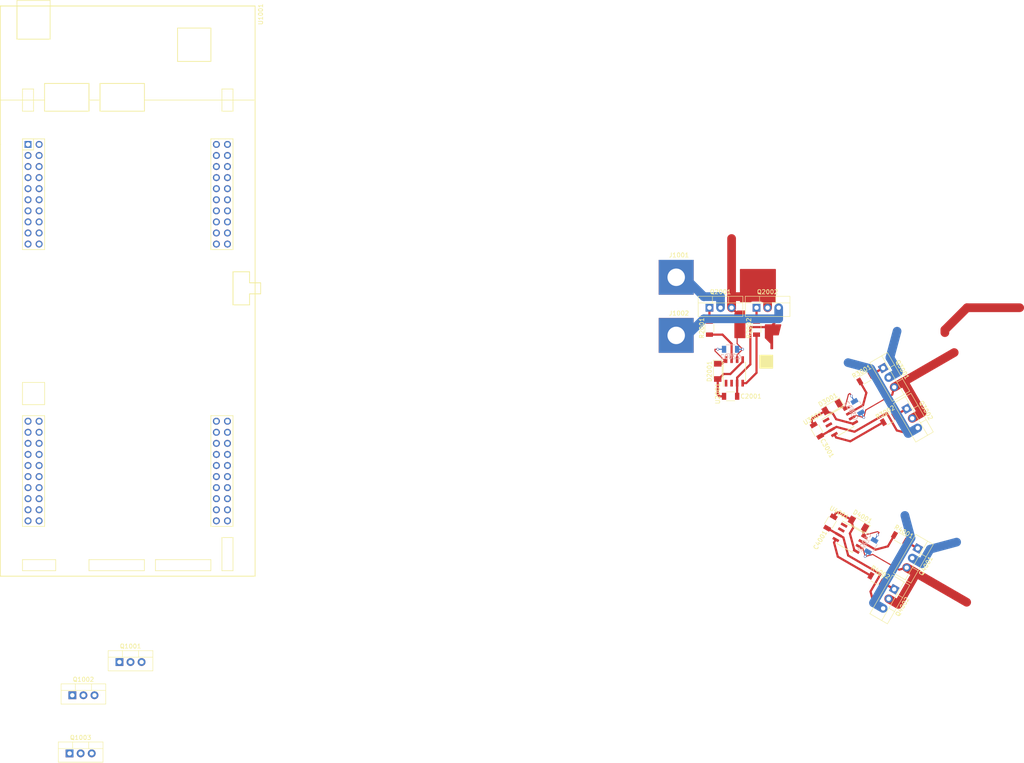
<source format=kicad_pcb>
(kicad_pcb (version 20170919) (host pcbnew "(2017-09-19 revision dddaa7e69)-makepkg")

  (general
    (thickness 1.6)
    (drawings 0)
    (tracks 149)
    (zones 0)
    (modules 30)
    (nets 28)
  )

  (page A4)
  (layers
    (0 F.Cu signal)
    (31 B.Cu signal)
    (32 B.Adhes user hide)
    (33 F.Adhes user hide)
    (34 B.Paste user hide)
    (35 F.Paste user hide)
    (36 B.SilkS user hide)
    (37 F.SilkS user)
    (38 B.Mask user hide)
    (39 F.Mask user hide)
    (40 Dwgs.User user)
    (41 Cmts.User user)
    (42 Eco1.User user)
    (43 Eco2.User user)
    (44 Edge.Cuts user)
    (45 Margin user)
    (46 B.CrtYd user)
    (47 F.CrtYd user)
    (48 B.Fab user)
    (49 F.Fab user)
  )

  (setup
    (last_trace_width 0.25)
    (user_trace_width 0.5)
    (user_trace_width 1)
    (user_trace_width 2)
    (trace_clearance 0.2)
    (zone_clearance 0.508)
    (zone_45_only no)
    (trace_min 0.2)
    (segment_width 0.2)
    (edge_width 0.15)
    (via_size 0.6)
    (via_drill 0.4)
    (via_min_size 0.4)
    (via_min_drill 0.3)
    (uvia_size 0.3)
    (uvia_drill 0.1)
    (uvias_allowed no)
    (uvia_min_size 0.2)
    (uvia_min_drill 0.1)
    (pcb_text_width 0.3)
    (pcb_text_size 1.5 1.5)
    (mod_edge_width 0.15)
    (mod_text_size 1 1)
    (mod_text_width 0.15)
    (pad_size 1.524 1.524)
    (pad_drill 0.762)
    (pad_to_mask_clearance 0.2)
    (aux_axis_origin 0 0)
    (visible_elements 7FFFFF7F)
    (pcbplotparams
      (layerselection 0x00030_80000001)
      (usegerberextensions false)
      (usegerberattributes true)
      (usegerberadvancedattributes true)
      (creategerberjobfile true)
      (excludeedgelayer true)
      (linewidth 0.100000)
      (plotframeref false)
      (viasonmask false)
      (mode 1)
      (useauxorigin false)
      (hpglpennumber 1)
      (hpglpenspeed 20)
      (hpglpendiameter 15)
      (psnegative false)
      (psa4output false)
      (plotreference true)
      (plotvalue true)
      (plotinvisibletext false)
      (padsonsilk false)
      (subtractmaskfromsilk false)
      (outputformat 1)
      (mirror false)
      (drillshape 1)
      (scaleselection 1)
      (outputdirectory ""))
  )

  (net 0 "")
  (net 1 +12V)
  (net 2 GND)
  (net 3 /Veja_1/OUT)
  (net 4 /Veja_2/OUT)
  (net 5 +VDC)
  (net 6 /Veja_1/HIN)
  (net 7 /Veja_1/LIN)
  (net 8 /Veja_2/HIN)
  (net 9 /Veja_2/LIN)
  (net 10 "Net-(C2002-Pad1)")
  (net 11 "Net-(C3002-Pad1)")
  (net 12 "Net-(C4002-Pad1)")
  (net 13 /Veja_3/OUT)
  (net 14 "Net-(R2001-Pad1)")
  (net 15 "Net-(R3001-Pad1)")
  (net 16 "Net-(R4001-Pad1)")
  (net 17 /Veja_3/HIN)
  (net 18 /Veja_3/LIN)
  (net 19 /Veja_1/QH_G)
  (net 20 /Veja_1/QL_G)
  (net 21 /Veja_2/QH_G)
  (net 22 /Veja_2/QL_G)
  (net 23 /Veja_3/QH_G)
  (net 24 /Veja_3/QL_G)
  (net 25 /Veja_1/test/zaj)
  (net 26 /Veja_2/test/zaj)
  (net 27 /Veja_3/test/zaj)

  (net_class Default "This is the default net class."
    (clearance 0.2)
    (trace_width 0.25)
    (via_dia 0.6)
    (via_drill 0.4)
    (uvia_dia 0.3)
    (uvia_drill 0.1)
    (add_net +12V)
    (add_net +VDC)
    (add_net /Veja_1/HIN)
    (add_net /Veja_1/LIN)
    (add_net /Veja_1/OUT)
    (add_net /Veja_1/QH_G)
    (add_net /Veja_1/QL_G)
    (add_net /Veja_1/test/zaj)
    (add_net /Veja_2/HIN)
    (add_net /Veja_2/LIN)
    (add_net /Veja_2/OUT)
    (add_net /Veja_2/QH_G)
    (add_net /Veja_2/QL_G)
    (add_net /Veja_2/test/zaj)
    (add_net /Veja_3/HIN)
    (add_net /Veja_3/LIN)
    (add_net /Veja_3/OUT)
    (add_net /Veja_3/QH_G)
    (add_net /Veja_3/QL_G)
    (add_net /Veja_3/test/zaj)
    (add_net GND)
    (add_net "Net-(C2002-Pad1)")
    (add_net "Net-(C3002-Pad1)")
    (add_net "Net-(C4002-Pad1)")
    (add_net "Net-(R2001-Pad1)")
    (add_net "Net-(R3001-Pad1)")
    (add_net "Net-(R4001-Pad1)")
  )

  (module Passives:RC1206M (layer B.Cu) (tedit 59F954E2) (tstamp 5A0AA8FB)
    (at 180.745 95.885)
    (descr "Capacitor SMD 1206, reflow soldering, AVX (see smccp.pdf)")
    (tags "capacitor 1206")
    (path /59F8DC05/59F96502)
    (attr smd)
    (fp_text reference C2002 (at 0 1.75) (layer B.SilkS)
      (effects (font (size 1 1) (thickness 0.15)) (justify mirror))
    )
    (fp_text value 100n (at 0 -2) (layer B.Fab) hide
      (effects (font (size 1 1) (thickness 0.15)) (justify mirror))
    )
    (fp_line (start 2.25 -1.05) (end -2.25 -1.05) (layer B.CrtYd) (width 0.05))
    (fp_line (start 2.25 -1.05) (end 2.25 1.05) (layer B.CrtYd) (width 0.05))
    (fp_line (start -2.25 1.05) (end -2.25 -1.05) (layer B.CrtYd) (width 0.05))
    (fp_line (start -2.25 1.05) (end 2.25 1.05) (layer B.CrtYd) (width 0.05))
    (fp_line (start -1 -1.02) (end 1 -1.02) (layer B.SilkS) (width 0.12))
    (fp_line (start 1 1.02) (end -1 1.02) (layer B.SilkS) (width 0.12))
    (fp_line (start -1.6 0.8) (end 1.6 0.8) (layer B.Fab) (width 0.1))
    (fp_line (start 1.6 0.8) (end 1.6 -0.8) (layer B.Fab) (width 0.1))
    (fp_line (start 1.6 -0.8) (end -1.6 -0.8) (layer B.Fab) (width 0.1))
    (fp_line (start -1.6 -0.8) (end -1.6 0.8) (layer B.Fab) (width 0.1))
    (fp_text user %R (at 0 0) (layer B.Fab)
      (effects (font (size 0.5 0.5) (thickness 0.07)) (justify mirror))
    )
    (pad 2 smd rect (at 1.5 0) (size 1 1.6) (layers B.Cu B.Paste B.Mask)
      (net 3 /Veja_1/OUT))
    (pad 1 smd rect (at -1.5 0) (size 1 1.6) (layers B.Cu B.Paste B.Mask)
      (net 10 "Net-(C2002-Pad1)"))
    (model Capacitors_SMD.3dshapes/C_1206.wrl
      (at (xyz 0 0 0))
      (scale (xyz 1 1 1))
      (rotate (xyz 0 0 0))
    )
  )

  (module Passives:RC1206M (layer F.Cu) (tedit 59F954E2) (tstamp 5A0AA8EA)
    (at 180.745 106.68)
    (descr "Capacitor SMD 1206, reflow soldering, AVX (see smccp.pdf)")
    (tags "capacitor 1206")
    (path /59F8DC05/59F96458)
    (attr smd)
    (fp_text reference C2001 (at 4.675 0) (layer F.SilkS)
      (effects (font (size 1 1) (thickness 0.15)))
    )
    (fp_text value 100n (at 0 2) (layer F.Fab) hide
      (effects (font (size 1 1) (thickness 0.15)))
    )
    (fp_line (start 2.25 1.05) (end -2.25 1.05) (layer F.CrtYd) (width 0.05))
    (fp_line (start 2.25 1.05) (end 2.25 -1.05) (layer F.CrtYd) (width 0.05))
    (fp_line (start -2.25 -1.05) (end -2.25 1.05) (layer F.CrtYd) (width 0.05))
    (fp_line (start -2.25 -1.05) (end 2.25 -1.05) (layer F.CrtYd) (width 0.05))
    (fp_line (start -1 1.02) (end 1 1.02) (layer F.SilkS) (width 0.12))
    (fp_line (start 1 -1.02) (end -1 -1.02) (layer F.SilkS) (width 0.12))
    (fp_line (start -1.6 -0.8) (end 1.6 -0.8) (layer F.Fab) (width 0.1))
    (fp_line (start 1.6 -0.8) (end 1.6 0.8) (layer F.Fab) (width 0.1))
    (fp_line (start 1.6 0.8) (end -1.6 0.8) (layer F.Fab) (width 0.1))
    (fp_line (start -1.6 0.8) (end -1.6 -0.8) (layer F.Fab) (width 0.1))
    (fp_text user %R (at 0 0) (layer F.Fab)
      (effects (font (size 0.5 0.5) (thickness 0.07)))
    )
    (pad 2 smd rect (at 1.5 0) (size 1 1.6) (layers F.Cu F.Paste F.Mask)
      (net 2 GND))
    (pad 1 smd rect (at -1.5 0) (size 1 1.6) (layers F.Cu F.Paste F.Mask)
      (net 1 +12V))
    (model Capacitors_SMD.3dshapes/C_1206.wrl
      (at (xyz 0 0 0))
      (scale (xyz 1 1 1))
      (rotate (xyz 0 0 0))
    )
  )

  (module Passives:RC1206M (layer F.Cu) (tedit 59F954E2) (tstamp 5A0AA90C)
    (at 200.544566 114.546147 300)
    (descr "Capacitor SMD 1206, reflow soldering, AVX (see smccp.pdf)")
    (tags "capacitor 1206")
    (path /59F8EC5A/59F96458)
    (attr smd)
    (fp_text reference C3001 (at 4.674999 0 300) (layer F.SilkS)
      (effects (font (size 1 1) (thickness 0.15)))
    )
    (fp_text value 100n (at 0 2 300) (layer F.Fab) hide
      (effects (font (size 1 1) (thickness 0.15)))
    )
    (fp_line (start 2.25 1.05) (end -2.25 1.05) (layer F.CrtYd) (width 0.05))
    (fp_line (start 2.25 1.05) (end 2.25 -1.05) (layer F.CrtYd) (width 0.05))
    (fp_line (start -2.25 -1.05) (end -2.25 1.05) (layer F.CrtYd) (width 0.05))
    (fp_line (start -2.25 -1.05) (end 2.25 -1.05) (layer F.CrtYd) (width 0.05))
    (fp_line (start -1 1.02) (end 1 1.02) (layer F.SilkS) (width 0.12))
    (fp_line (start 1 -1.02) (end -1 -1.02) (layer F.SilkS) (width 0.12))
    (fp_line (start -1.6 -0.8) (end 1.6 -0.8) (layer F.Fab) (width 0.1))
    (fp_line (start 1.6 -0.8) (end 1.6 0.8) (layer F.Fab) (width 0.1))
    (fp_line (start 1.6 0.8) (end -1.6 0.8) (layer F.Fab) (width 0.1))
    (fp_line (start -1.6 0.8) (end -1.6 -0.8) (layer F.Fab) (width 0.1))
    (fp_text user %R (at 0 0 300) (layer F.Fab)
      (effects (font (size 0.5 0.5) (thickness 0.07)))
    )
    (pad 2 smd rect (at 1.5 0 300) (size 1 1.6) (layers F.Cu F.Paste F.Mask)
      (net 2 GND))
    (pad 1 smd rect (at -1.5 0 300) (size 1 1.6) (layers F.Cu F.Paste F.Mask)
      (net 1 +12V))
    (model Capacitors_SMD.3dshapes/C_1206.wrl
      (at (xyz 0 0 0))
      (scale (xyz 1 1 1))
      (rotate (xyz 0 0 0))
    )
  )

  (module Passives:RC1206M (layer B.Cu) (tedit 59F954E2) (tstamp 5A0AA91D)
    (at 209.89331 109.148647 300)
    (descr "Capacitor SMD 1206, reflow soldering, AVX (see smccp.pdf)")
    (tags "capacitor 1206")
    (path /59F8EC5A/59F96502)
    (attr smd)
    (fp_text reference C3002 (at 0 1.75 300) (layer B.SilkS)
      (effects (font (size 1 1) (thickness 0.15)) (justify mirror))
    )
    (fp_text value 100n (at 0 -2 300) (layer B.Fab) hide
      (effects (font (size 1 1) (thickness 0.15)) (justify mirror))
    )
    (fp_line (start 2.25 -1.05) (end -2.25 -1.05) (layer B.CrtYd) (width 0.05))
    (fp_line (start 2.25 -1.05) (end 2.25 1.05) (layer B.CrtYd) (width 0.05))
    (fp_line (start -2.25 1.05) (end -2.25 -1.05) (layer B.CrtYd) (width 0.05))
    (fp_line (start -2.25 1.05) (end 2.25 1.05) (layer B.CrtYd) (width 0.05))
    (fp_line (start -1 -1.02) (end 1 -1.02) (layer B.SilkS) (width 0.12))
    (fp_line (start 1 1.02) (end -1 1.02) (layer B.SilkS) (width 0.12))
    (fp_line (start -1.6 0.8) (end 1.6 0.8) (layer B.Fab) (width 0.1))
    (fp_line (start 1.6 0.8) (end 1.6 -0.8) (layer B.Fab) (width 0.1))
    (fp_line (start 1.6 -0.8) (end -1.6 -0.8) (layer B.Fab) (width 0.1))
    (fp_line (start -1.6 -0.8) (end -1.6 0.8) (layer B.Fab) (width 0.1))
    (fp_text user %R (at 0 0 300) (layer B.Fab)
      (effects (font (size 0.5 0.5) (thickness 0.07)) (justify mirror))
    )
    (pad 2 smd rect (at 1.5 0 300) (size 1 1.6) (layers B.Cu B.Paste B.Mask)
      (net 4 /Veja_2/OUT))
    (pad 1 smd rect (at -1.5 0 300) (size 1 1.6) (layers B.Cu B.Paste B.Mask)
      (net 11 "Net-(C3002-Pad1)"))
    (model Capacitors_SMD.3dshapes/C_1206.wrl
      (at (xyz 0 0 0))
      (scale (xyz 1 1 1))
      (rotate (xyz 0 0 0))
    )
  )

  (module Passives:RC1206M (layer F.Cu) (tedit 59F954E2) (tstamp 5A0AA92E)
    (at 203.632066 135.626148 240)
    (descr "Capacitor SMD 1206, reflow soldering, AVX (see smccp.pdf)")
    (tags "capacitor 1206")
    (path /59F957AF/59F96458)
    (attr smd)
    (fp_text reference C4001 (at 4.674999 0 240) (layer F.SilkS)
      (effects (font (size 1 1) (thickness 0.15)))
    )
    (fp_text value 100n (at 0 2 240) (layer F.Fab) hide
      (effects (font (size 1 1) (thickness 0.15)))
    )
    (fp_line (start 2.25 1.05) (end -2.25 1.05) (layer F.CrtYd) (width 0.05))
    (fp_line (start 2.25 1.05) (end 2.25 -1.05) (layer F.CrtYd) (width 0.05))
    (fp_line (start -2.25 -1.05) (end -2.25 1.05) (layer F.CrtYd) (width 0.05))
    (fp_line (start -2.25 -1.05) (end 2.25 -1.05) (layer F.CrtYd) (width 0.05))
    (fp_line (start -1 1.02) (end 1 1.02) (layer F.SilkS) (width 0.12))
    (fp_line (start 1 -1.02) (end -1 -1.02) (layer F.SilkS) (width 0.12))
    (fp_line (start -1.6 -0.8) (end 1.6 -0.8) (layer F.Fab) (width 0.1))
    (fp_line (start 1.6 -0.8) (end 1.6 0.8) (layer F.Fab) (width 0.1))
    (fp_line (start 1.6 0.8) (end -1.6 0.8) (layer F.Fab) (width 0.1))
    (fp_line (start -1.6 0.8) (end -1.6 -0.8) (layer F.Fab) (width 0.1))
    (fp_text user %R (at 0 0 240) (layer F.Fab)
      (effects (font (size 0.5 0.5) (thickness 0.07)))
    )
    (pad 2 smd rect (at 1.5 0 240) (size 1 1.6) (layers F.Cu F.Paste F.Mask)
      (net 2 GND))
    (pad 1 smd rect (at -1.5 0 240) (size 1 1.6) (layers F.Cu F.Paste F.Mask)
      (net 1 +12V))
    (model Capacitors_SMD.3dshapes/C_1206.wrl
      (at (xyz 0 0 0))
      (scale (xyz 1 1 1))
      (rotate (xyz 0 0 0))
    )
  )

  (module Passives:RC1206M (layer B.Cu) (tedit 59F954E2) (tstamp 5A0AA93F)
    (at 212.98081 141.023648 240)
    (descr "Capacitor SMD 1206, reflow soldering, AVX (see smccp.pdf)")
    (tags "capacitor 1206")
    (path /59F957AF/59F96502)
    (attr smd)
    (fp_text reference C4002 (at 0 1.75 240) (layer B.SilkS)
      (effects (font (size 1 1) (thickness 0.15)) (justify mirror))
    )
    (fp_text value 100n (at 0 -2 240) (layer B.Fab) hide
      (effects (font (size 1 1) (thickness 0.15)) (justify mirror))
    )
    (fp_line (start 2.25 -1.05) (end -2.25 -1.05) (layer B.CrtYd) (width 0.05))
    (fp_line (start 2.25 -1.05) (end 2.25 1.05) (layer B.CrtYd) (width 0.05))
    (fp_line (start -2.25 1.05) (end -2.25 -1.05) (layer B.CrtYd) (width 0.05))
    (fp_line (start -2.25 1.05) (end 2.25 1.05) (layer B.CrtYd) (width 0.05))
    (fp_line (start -1 -1.02) (end 1 -1.02) (layer B.SilkS) (width 0.12))
    (fp_line (start 1 1.02) (end -1 1.02) (layer B.SilkS) (width 0.12))
    (fp_line (start -1.6 0.8) (end 1.6 0.8) (layer B.Fab) (width 0.1))
    (fp_line (start 1.6 0.8) (end 1.6 -0.8) (layer B.Fab) (width 0.1))
    (fp_line (start 1.6 -0.8) (end -1.6 -0.8) (layer B.Fab) (width 0.1))
    (fp_line (start -1.6 -0.8) (end -1.6 0.8) (layer B.Fab) (width 0.1))
    (fp_text user %R (at 0 0 240) (layer B.Fab)
      (effects (font (size 0.5 0.5) (thickness 0.07)) (justify mirror))
    )
    (pad 2 smd rect (at 1.5 0 240) (size 1 1.6) (layers B.Cu B.Paste B.Mask)
      (net 13 /Veja_3/OUT))
    (pad 1 smd rect (at -1.5 0 240) (size 1 1.6) (layers B.Cu B.Paste B.Mask)
      (net 12 "Net-(C4002-Pad1)"))
    (model Capacitors_SMD.3dshapes/C_1206.wrl
      (at (xyz 0 0 0))
      (scale (xyz 1 1 1))
      (rotate (xyz 0 0 0))
    )
  )

  (module Discretes:D_MiniMELF (layer F.Cu) (tedit 59F95434) (tstamp 5A0AA97A)
    (at 177.8 100.965 270)
    (descr "Diode Mini-MELF")
    (tags "Diode Mini-MELF")
    (path /59F8DC05/59F96588)
    (attr smd)
    (fp_text reference D2001 (at 0 1.905 270) (layer F.SilkS)
      (effects (font (size 1 1) (thickness 0.15)))
    )
    (fp_text value LL4148 (at 0 1.75 270) (layer F.Fab) hide
      (effects (font (size 1 1) (thickness 0.15)))
    )
    (fp_line (start -2.65 1.1) (end -2.65 -1.1) (layer F.CrtYd) (width 0.05))
    (fp_line (start 2.65 1.1) (end -2.65 1.1) (layer F.CrtYd) (width 0.05))
    (fp_line (start 2.65 -1.1) (end 2.65 1.1) (layer F.CrtYd) (width 0.05))
    (fp_line (start -2.65 -1.1) (end 2.65 -1.1) (layer F.CrtYd) (width 0.05))
    (fp_line (start -0.75 0) (end -0.35 0) (layer F.Fab) (width 0.1))
    (fp_line (start -0.35 0) (end -0.35 -0.55) (layer F.Fab) (width 0.1))
    (fp_line (start -0.35 0) (end -0.35 0.55) (layer F.Fab) (width 0.1))
    (fp_line (start -0.35 0) (end 0.25 -0.4) (layer F.Fab) (width 0.1))
    (fp_line (start 0.25 -0.4) (end 0.25 0.4) (layer F.Fab) (width 0.1))
    (fp_line (start 0.25 0.4) (end -0.35 0) (layer F.Fab) (width 0.1))
    (fp_line (start 0.25 0) (end 0.75 0) (layer F.Fab) (width 0.1))
    (fp_line (start -1.65 -0.8) (end 1.65 -0.8) (layer F.Fab) (width 0.1))
    (fp_line (start -1.65 0.8) (end -1.65 -0.8) (layer F.Fab) (width 0.1))
    (fp_line (start 1.65 0.8) (end -1.65 0.8) (layer F.Fab) (width 0.1))
    (fp_line (start 1.65 -0.8) (end 1.65 0.8) (layer F.Fab) (width 0.1))
    (fp_line (start -2.55 1) (end 1.75 1) (layer F.SilkS) (width 0.12))
    (fp_line (start -2.55 -1) (end -2.55 1) (layer F.SilkS) (width 0.12))
    (fp_line (start 1.75 -1) (end -2.55 -1) (layer F.SilkS) (width 0.12))
    (fp_text user %R (at 0 1.905 270) (layer F.Fab)
      (effects (font (size 1 1) (thickness 0.15)))
    )
    (pad 2 smd rect (at 1.75 0 270) (size 1.3 1.7) (layers F.Cu F.Paste F.Mask)
      (net 1 +12V))
    (pad 1 smd rect (at -1.75 0 270) (size 1.3 1.7) (layers F.Cu F.Paste F.Mask)
      (net 10 "Net-(C2002-Pad1)"))
    (model ${KISYS3DMOD}/Diodes_SMD.3dshapes/D_MiniMELF.wrl
      (at (xyz 0 0 0))
      (scale (xyz 1 1 1))
      (rotate (xyz 0 0 0))
    )
  )

  (module Discretes:D_MiniMELF (layer F.Cu) (tedit 59F95434) (tstamp 5A0AA993)
    (at 204.021401 109.138202 210)
    (descr "Diode Mini-MELF")
    (tags "Diode Mini-MELF")
    (path /59F8EC5A/59F96588)
    (attr smd)
    (fp_text reference D3001 (at 0 1.905001 210) (layer F.SilkS)
      (effects (font (size 1 1) (thickness 0.15)))
    )
    (fp_text value LL4148 (at 0 1.75 210) (layer F.Fab) hide
      (effects (font (size 1 1) (thickness 0.15)))
    )
    (fp_line (start -2.65 1.1) (end -2.65 -1.1) (layer F.CrtYd) (width 0.05))
    (fp_line (start 2.65 1.1) (end -2.65 1.1) (layer F.CrtYd) (width 0.05))
    (fp_line (start 2.65 -1.1) (end 2.65 1.1) (layer F.CrtYd) (width 0.05))
    (fp_line (start -2.65 -1.1) (end 2.65 -1.1) (layer F.CrtYd) (width 0.05))
    (fp_line (start -0.75 0) (end -0.35 0) (layer F.Fab) (width 0.1))
    (fp_line (start -0.35 0) (end -0.35 -0.55) (layer F.Fab) (width 0.1))
    (fp_line (start -0.35 0) (end -0.35 0.55) (layer F.Fab) (width 0.1))
    (fp_line (start -0.35 0) (end 0.25 -0.4) (layer F.Fab) (width 0.1))
    (fp_line (start 0.25 -0.4) (end 0.25 0.4) (layer F.Fab) (width 0.1))
    (fp_line (start 0.25 0.4) (end -0.35 0) (layer F.Fab) (width 0.1))
    (fp_line (start 0.25 0) (end 0.75 0) (layer F.Fab) (width 0.1))
    (fp_line (start -1.65 -0.8) (end 1.65 -0.8) (layer F.Fab) (width 0.1))
    (fp_line (start -1.65 0.8) (end -1.65 -0.8) (layer F.Fab) (width 0.1))
    (fp_line (start 1.65 0.8) (end -1.65 0.8) (layer F.Fab) (width 0.1))
    (fp_line (start 1.65 -0.8) (end 1.65 0.8) (layer F.Fab) (width 0.1))
    (fp_line (start -2.55 1) (end 1.75 1) (layer F.SilkS) (width 0.12))
    (fp_line (start -2.55 -1) (end -2.55 1) (layer F.SilkS) (width 0.12))
    (fp_line (start 1.75 -1) (end -2.55 -1) (layer F.SilkS) (width 0.12))
    (fp_text user %R (at 0 1.905001 210) (layer F.Fab)
      (effects (font (size 1 1) (thickness 0.15)))
    )
    (pad 2 smd rect (at 1.75 0 210) (size 1.3 1.7) (layers F.Cu F.Paste F.Mask)
      (net 1 +12V))
    (pad 1 smd rect (at -1.75 0 210) (size 1.3 1.7) (layers F.Cu F.Paste F.Mask)
      (net 11 "Net-(C3002-Pad1)"))
    (model ${KISYS3DMOD}/Diodes_SMD.3dshapes/D_MiniMELF.wrl
      (at (xyz 0 0 0))
      (scale (xyz 1 1 1))
      (rotate (xyz 0 0 0))
    )
  )

  (module Discretes:D_MiniMELF (layer F.Cu) (tedit 59F95434) (tstamp 5A0AA9AC)
    (at 210.053901 135.933203 150)
    (descr "Diode Mini-MELF")
    (tags "Diode Mini-MELF")
    (path /59F957AF/59F96588)
    (attr smd)
    (fp_text reference D4001 (at 0 1.905001 150) (layer F.SilkS)
      (effects (font (size 1 1) (thickness 0.15)))
    )
    (fp_text value LL4148 (at 0 1.75 150) (layer F.Fab) hide
      (effects (font (size 1 1) (thickness 0.15)))
    )
    (fp_line (start -2.65 1.1) (end -2.65 -1.1) (layer F.CrtYd) (width 0.05))
    (fp_line (start 2.65 1.1) (end -2.65 1.1) (layer F.CrtYd) (width 0.05))
    (fp_line (start 2.65 -1.1) (end 2.65 1.1) (layer F.CrtYd) (width 0.05))
    (fp_line (start -2.65 -1.1) (end 2.65 -1.1) (layer F.CrtYd) (width 0.05))
    (fp_line (start -0.75 0) (end -0.35 0) (layer F.Fab) (width 0.1))
    (fp_line (start -0.35 0) (end -0.35 -0.55) (layer F.Fab) (width 0.1))
    (fp_line (start -0.35 0) (end -0.35 0.55) (layer F.Fab) (width 0.1))
    (fp_line (start -0.35 0) (end 0.25 -0.4) (layer F.Fab) (width 0.1))
    (fp_line (start 0.25 -0.4) (end 0.25 0.4) (layer F.Fab) (width 0.1))
    (fp_line (start 0.25 0.4) (end -0.35 0) (layer F.Fab) (width 0.1))
    (fp_line (start 0.25 0) (end 0.75 0) (layer F.Fab) (width 0.1))
    (fp_line (start -1.65 -0.8) (end 1.65 -0.8) (layer F.Fab) (width 0.1))
    (fp_line (start -1.65 0.8) (end -1.65 -0.8) (layer F.Fab) (width 0.1))
    (fp_line (start 1.65 0.8) (end -1.65 0.8) (layer F.Fab) (width 0.1))
    (fp_line (start 1.65 -0.8) (end 1.65 0.8) (layer F.Fab) (width 0.1))
    (fp_line (start -2.55 1) (end 1.75 1) (layer F.SilkS) (width 0.12))
    (fp_line (start -2.55 -1) (end -2.55 1) (layer F.SilkS) (width 0.12))
    (fp_line (start 1.75 -1) (end -2.55 -1) (layer F.SilkS) (width 0.12))
    (fp_text user %R (at 0 1.905001 150) (layer F.Fab)
      (effects (font (size 1 1) (thickness 0.15)))
    )
    (pad 2 smd rect (at 1.75 0 150) (size 1.3 1.7) (layers F.Cu F.Paste F.Mask)
      (net 1 +12V))
    (pad 1 smd rect (at -1.75 0 150) (size 1.3 1.7) (layers F.Cu F.Paste F.Mask)
      (net 12 "Net-(C4002-Pad1)"))
    (model ${KISYS3DMOD}/Diodes_SMD.3dshapes/D_MiniMELF.wrl
      (at (xyz 0 0 0))
      (scale (xyz 1 1 1))
      (rotate (xyz 0 0 0))
    )
  )

  (module Discretes:TO-220 (layer F.Cu) (tedit 59E9DD4A) (tstamp 5A0AA9DF)
    (at 40.64 167.64)
    (descr "TO-220-3, Vertical, RM 2.54mm")
    (tags "TO-220-3 Vertical RM 2.54mm")
    (path /5A0AAC30)
    (fp_text reference Q1001 (at 2.54 -3.62) (layer F.SilkS)
      (effects (font (size 1 1) (thickness 0.15)))
    )
    (fp_text value CSD19531KCS (at 2.54 3.92) (layer F.Fab) hide
      (effects (font (size 1 1) (thickness 0.15)))
    )
    (fp_line (start 7.79 -2.75) (end -2.71 -2.75) (layer F.CrtYd) (width 0.05))
    (fp_line (start 7.79 2.16) (end 7.79 -2.75) (layer F.CrtYd) (width 0.05))
    (fp_line (start -2.71 2.16) (end 7.79 2.16) (layer F.CrtYd) (width 0.05))
    (fp_line (start -2.71 -2.75) (end -2.71 2.16) (layer F.CrtYd) (width 0.05))
    (fp_line (start 4.391 -2.62) (end 4.391 -1.11) (layer F.SilkS) (width 0.12))
    (fp_line (start 0.69 -2.62) (end 0.69 -1.11) (layer F.SilkS) (width 0.12))
    (fp_line (start -2.58 -1.11) (end 7.66 -1.11) (layer F.SilkS) (width 0.12))
    (fp_line (start 7.66 -2.62) (end 7.66 2.021) (layer F.SilkS) (width 0.12))
    (fp_line (start -2.58 -2.62) (end -2.58 2.021) (layer F.SilkS) (width 0.12))
    (fp_line (start -2.58 2.021) (end 7.66 2.021) (layer F.SilkS) (width 0.12))
    (fp_line (start -2.58 -2.62) (end 7.66 -2.62) (layer F.SilkS) (width 0.12))
    (fp_line (start 4.39 -2.5) (end 4.39 -1.23) (layer F.Fab) (width 0.1))
    (fp_line (start 0.69 -2.5) (end 0.69 -1.23) (layer F.Fab) (width 0.1))
    (fp_line (start -2.46 -1.23) (end 7.54 -1.23) (layer F.Fab) (width 0.1))
    (fp_line (start 7.54 -2.5) (end -2.46 -2.5) (layer F.Fab) (width 0.1))
    (fp_line (start 7.54 1.9) (end 7.54 -2.5) (layer F.Fab) (width 0.1))
    (fp_line (start -2.46 1.9) (end 7.54 1.9) (layer F.Fab) (width 0.1))
    (fp_line (start -2.46 -2.5) (end -2.46 1.9) (layer F.Fab) (width 0.1))
    (fp_text user %R (at 2.54 -3.62) (layer F.Fab)
      (effects (font (size 1 1) (thickness 0.15)))
    )
    (pad 3 thru_hole oval (at 5.08 0) (size 1.8 1.8) (drill 1) (layers *.Cu *.Mask))
    (pad 2 thru_hole oval (at 2.54 0) (size 1.8 1.8) (drill 1) (layers *.Cu *.Mask))
    (pad 1 thru_hole rect (at 0 0) (size 1.8 1.8) (drill 1) (layers *.Cu *.Mask)
      (net 3 /Veja_1/OUT))
    (model ${KI_LRTME_3DMOD}/TO-220-3_Vertical.wrl
      (at (xyz 0 0 0))
      (scale (xyz 1 1 1))
      (rotate (xyz 0 0 0))
    )
  )

  (module Discretes:TO-220 (layer F.Cu) (tedit 59E9DD4A) (tstamp 5A0AA9F9)
    (at 29.845 175.26)
    (descr "TO-220-3, Vertical, RM 2.54mm")
    (tags "TO-220-3 Vertical RM 2.54mm")
    (path /5A0AAAD8)
    (fp_text reference Q1002 (at 2.54 -3.62) (layer F.SilkS)
      (effects (font (size 1 1) (thickness 0.15)))
    )
    (fp_text value CSD19531KCS (at 2.54 3.92) (layer F.Fab) hide
      (effects (font (size 1 1) (thickness 0.15)))
    )
    (fp_line (start 7.79 -2.75) (end -2.71 -2.75) (layer F.CrtYd) (width 0.05))
    (fp_line (start 7.79 2.16) (end 7.79 -2.75) (layer F.CrtYd) (width 0.05))
    (fp_line (start -2.71 2.16) (end 7.79 2.16) (layer F.CrtYd) (width 0.05))
    (fp_line (start -2.71 -2.75) (end -2.71 2.16) (layer F.CrtYd) (width 0.05))
    (fp_line (start 4.391 -2.62) (end 4.391 -1.11) (layer F.SilkS) (width 0.12))
    (fp_line (start 0.69 -2.62) (end 0.69 -1.11) (layer F.SilkS) (width 0.12))
    (fp_line (start -2.58 -1.11) (end 7.66 -1.11) (layer F.SilkS) (width 0.12))
    (fp_line (start 7.66 -2.62) (end 7.66 2.021) (layer F.SilkS) (width 0.12))
    (fp_line (start -2.58 -2.62) (end -2.58 2.021) (layer F.SilkS) (width 0.12))
    (fp_line (start -2.58 2.021) (end 7.66 2.021) (layer F.SilkS) (width 0.12))
    (fp_line (start -2.58 -2.62) (end 7.66 -2.62) (layer F.SilkS) (width 0.12))
    (fp_line (start 4.39 -2.5) (end 4.39 -1.23) (layer F.Fab) (width 0.1))
    (fp_line (start 0.69 -2.5) (end 0.69 -1.23) (layer F.Fab) (width 0.1))
    (fp_line (start -2.46 -1.23) (end 7.54 -1.23) (layer F.Fab) (width 0.1))
    (fp_line (start 7.54 -2.5) (end -2.46 -2.5) (layer F.Fab) (width 0.1))
    (fp_line (start 7.54 1.9) (end 7.54 -2.5) (layer F.Fab) (width 0.1))
    (fp_line (start -2.46 1.9) (end 7.54 1.9) (layer F.Fab) (width 0.1))
    (fp_line (start -2.46 -2.5) (end -2.46 1.9) (layer F.Fab) (width 0.1))
    (fp_text user %R (at 2.54 -3.62) (layer F.Fab)
      (effects (font (size 1 1) (thickness 0.15)))
    )
    (pad 3 thru_hole oval (at 5.08 0) (size 1.8 1.8) (drill 1) (layers *.Cu *.Mask))
    (pad 2 thru_hole oval (at 2.54 0) (size 1.8 1.8) (drill 1) (layers *.Cu *.Mask))
    (pad 1 thru_hole rect (at 0 0) (size 1.8 1.8) (drill 1) (layers *.Cu *.Mask)
      (net 4 /Veja_2/OUT))
    (model ${KI_LRTME_3DMOD}/TO-220-3_Vertical.wrl
      (at (xyz 0 0 0))
      (scale (xyz 1 1 1))
      (rotate (xyz 0 0 0))
    )
  )

  (module Discretes:TO-220 (layer F.Cu) (tedit 59E9DD4A) (tstamp 5A0AAA13)
    (at 29.21 188.595)
    (descr "TO-220-3, Vertical, RM 2.54mm")
    (tags "TO-220-3 Vertical RM 2.54mm")
    (path /5A0AAD6E)
    (fp_text reference Q1003 (at 2.54 -3.62) (layer F.SilkS)
      (effects (font (size 1 1) (thickness 0.15)))
    )
    (fp_text value CSD19531KCS (at 2.54 3.92) (layer F.Fab) hide
      (effects (font (size 1 1) (thickness 0.15)))
    )
    (fp_line (start 7.79 -2.75) (end -2.71 -2.75) (layer F.CrtYd) (width 0.05))
    (fp_line (start 7.79 2.16) (end 7.79 -2.75) (layer F.CrtYd) (width 0.05))
    (fp_line (start -2.71 2.16) (end 7.79 2.16) (layer F.CrtYd) (width 0.05))
    (fp_line (start -2.71 -2.75) (end -2.71 2.16) (layer F.CrtYd) (width 0.05))
    (fp_line (start 4.391 -2.62) (end 4.391 -1.11) (layer F.SilkS) (width 0.12))
    (fp_line (start 0.69 -2.62) (end 0.69 -1.11) (layer F.SilkS) (width 0.12))
    (fp_line (start -2.58 -1.11) (end 7.66 -1.11) (layer F.SilkS) (width 0.12))
    (fp_line (start 7.66 -2.62) (end 7.66 2.021) (layer F.SilkS) (width 0.12))
    (fp_line (start -2.58 -2.62) (end -2.58 2.021) (layer F.SilkS) (width 0.12))
    (fp_line (start -2.58 2.021) (end 7.66 2.021) (layer F.SilkS) (width 0.12))
    (fp_line (start -2.58 -2.62) (end 7.66 -2.62) (layer F.SilkS) (width 0.12))
    (fp_line (start 4.39 -2.5) (end 4.39 -1.23) (layer F.Fab) (width 0.1))
    (fp_line (start 0.69 -2.5) (end 0.69 -1.23) (layer F.Fab) (width 0.1))
    (fp_line (start -2.46 -1.23) (end 7.54 -1.23) (layer F.Fab) (width 0.1))
    (fp_line (start 7.54 -2.5) (end -2.46 -2.5) (layer F.Fab) (width 0.1))
    (fp_line (start 7.54 1.9) (end 7.54 -2.5) (layer F.Fab) (width 0.1))
    (fp_line (start -2.46 1.9) (end 7.54 1.9) (layer F.Fab) (width 0.1))
    (fp_line (start -2.46 -2.5) (end -2.46 1.9) (layer F.Fab) (width 0.1))
    (fp_text user %R (at 2.54 -3.62) (layer F.Fab)
      (effects (font (size 1 1) (thickness 0.15)))
    )
    (pad 3 thru_hole oval (at 5.08 0) (size 1.8 1.8) (drill 1) (layers *.Cu *.Mask))
    (pad 2 thru_hole oval (at 2.54 0) (size 1.8 1.8) (drill 1) (layers *.Cu *.Mask))
    (pad 1 thru_hole rect (at 0 0) (size 1.8 1.8) (drill 1) (layers *.Cu *.Mask)
      (net 13 /Veja_3/OUT))
    (model ${KI_LRTME_3DMOD}/TO-220-3_Vertical.wrl
      (at (xyz 0 0 0))
      (scale (xyz 1 1 1))
      (rotate (xyz 0 0 0))
    )
  )

  (module Discretes:TO-220 (layer F.Cu) (tedit 59E9DD4A) (tstamp 5A0AAA47)
    (at 175.895 86.36)
    (descr "TO-220-3, Vertical, RM 2.54mm")
    (tags "TO-220-3 Vertical RM 2.54mm")
    (path /59F8DC05/59F8DC38)
    (fp_text reference Q2001 (at 2.54 -3.62) (layer F.SilkS)
      (effects (font (size 1 1) (thickness 0.15)))
    )
    (fp_text value CSD19531KCS (at 2.54 3.92) (layer F.Fab) hide
      (effects (font (size 1 1) (thickness 0.15)))
    )
    (fp_line (start 7.79 -2.75) (end -2.71 -2.75) (layer F.CrtYd) (width 0.05))
    (fp_line (start 7.79 2.16) (end 7.79 -2.75) (layer F.CrtYd) (width 0.05))
    (fp_line (start -2.71 2.16) (end 7.79 2.16) (layer F.CrtYd) (width 0.05))
    (fp_line (start -2.71 -2.75) (end -2.71 2.16) (layer F.CrtYd) (width 0.05))
    (fp_line (start 4.391 -2.62) (end 4.391 -1.11) (layer F.SilkS) (width 0.12))
    (fp_line (start 0.69 -2.62) (end 0.69 -1.11) (layer F.SilkS) (width 0.12))
    (fp_line (start -2.58 -1.11) (end 7.66 -1.11) (layer F.SilkS) (width 0.12))
    (fp_line (start 7.66 -2.62) (end 7.66 2.021) (layer F.SilkS) (width 0.12))
    (fp_line (start -2.58 -2.62) (end -2.58 2.021) (layer F.SilkS) (width 0.12))
    (fp_line (start -2.58 2.021) (end 7.66 2.021) (layer F.SilkS) (width 0.12))
    (fp_line (start -2.58 -2.62) (end 7.66 -2.62) (layer F.SilkS) (width 0.12))
    (fp_line (start 4.39 -2.5) (end 4.39 -1.23) (layer F.Fab) (width 0.1))
    (fp_line (start 0.69 -2.5) (end 0.69 -1.23) (layer F.Fab) (width 0.1))
    (fp_line (start -2.46 -1.23) (end 7.54 -1.23) (layer F.Fab) (width 0.1))
    (fp_line (start 7.54 -2.5) (end -2.46 -2.5) (layer F.Fab) (width 0.1))
    (fp_line (start 7.54 1.9) (end 7.54 -2.5) (layer F.Fab) (width 0.1))
    (fp_line (start -2.46 1.9) (end 7.54 1.9) (layer F.Fab) (width 0.1))
    (fp_line (start -2.46 -2.5) (end -2.46 1.9) (layer F.Fab) (width 0.1))
    (fp_text user %R (at 2.54 1.14) (layer F.Fab)
      (effects (font (size 1 1) (thickness 0.15)))
    )
    (pad 3 thru_hole oval (at 5.08 0) (size 1.8 1.8) (drill 1) (layers *.Cu *.Mask)
      (net 3 /Veja_1/OUT))
    (pad 2 thru_hole oval (at 2.54 0) (size 1.8 1.8) (drill 1) (layers *.Cu *.Mask)
      (net 5 +VDC))
    (pad 1 thru_hole rect (at 0 0) (size 1.8 1.8) (drill 1) (layers *.Cu *.Mask)
      (net 19 /Veja_1/QH_G))
    (model ${KI_LRTME_3DMOD}/TO-220-3_Vertical.wrl
      (at (xyz 0 0 0))
      (scale (xyz 1 1 1))
      (rotate (xyz 0 0 0))
    )
  )

  (module Discretes:TO-220 (layer F.Cu) (tedit 59E9DD4A) (tstamp 5A0AAA61)
    (at 186.69 86.36)
    (descr "TO-220-3, Vertical, RM 2.54mm")
    (tags "TO-220-3 Vertical RM 2.54mm")
    (path /59F8DC05/59F8DCB8)
    (fp_text reference Q2002 (at 2.54 -3.62) (layer F.SilkS)
      (effects (font (size 1 1) (thickness 0.15)))
    )
    (fp_text value CSD19531KCS (at 2.54 3.92) (layer F.Fab) hide
      (effects (font (size 1 1) (thickness 0.15)))
    )
    (fp_line (start 7.79 -2.75) (end -2.71 -2.75) (layer F.CrtYd) (width 0.05))
    (fp_line (start 7.79 2.16) (end 7.79 -2.75) (layer F.CrtYd) (width 0.05))
    (fp_line (start -2.71 2.16) (end 7.79 2.16) (layer F.CrtYd) (width 0.05))
    (fp_line (start -2.71 -2.75) (end -2.71 2.16) (layer F.CrtYd) (width 0.05))
    (fp_line (start 4.391 -2.62) (end 4.391 -1.11) (layer F.SilkS) (width 0.12))
    (fp_line (start 0.69 -2.62) (end 0.69 -1.11) (layer F.SilkS) (width 0.12))
    (fp_line (start -2.58 -1.11) (end 7.66 -1.11) (layer F.SilkS) (width 0.12))
    (fp_line (start 7.66 -2.62) (end 7.66 2.021) (layer F.SilkS) (width 0.12))
    (fp_line (start -2.58 -2.62) (end -2.58 2.021) (layer F.SilkS) (width 0.12))
    (fp_line (start -2.58 2.021) (end 7.66 2.021) (layer F.SilkS) (width 0.12))
    (fp_line (start -2.58 -2.62) (end 7.66 -2.62) (layer F.SilkS) (width 0.12))
    (fp_line (start 4.39 -2.5) (end 4.39 -1.23) (layer F.Fab) (width 0.1))
    (fp_line (start 0.69 -2.5) (end 0.69 -1.23) (layer F.Fab) (width 0.1))
    (fp_line (start -2.46 -1.23) (end 7.54 -1.23) (layer F.Fab) (width 0.1))
    (fp_line (start 7.54 -2.5) (end -2.46 -2.5) (layer F.Fab) (width 0.1))
    (fp_line (start 7.54 1.9) (end 7.54 -2.5) (layer F.Fab) (width 0.1))
    (fp_line (start -2.46 1.9) (end 7.54 1.9) (layer F.Fab) (width 0.1))
    (fp_line (start -2.46 -2.5) (end -2.46 1.9) (layer F.Fab) (width 0.1))
    (fp_text user %R (at 2.54 1.14) (layer F.Fab)
      (effects (font (size 1 1) (thickness 0.15)))
    )
    (pad 3 thru_hole oval (at 5.08 0) (size 1.8 1.8) (drill 1) (layers *.Cu *.Mask)
      (net 2 GND))
    (pad 2 thru_hole oval (at 2.54 0) (size 1.8 1.8) (drill 1) (layers *.Cu *.Mask)
      (net 3 /Veja_1/OUT))
    (pad 1 thru_hole rect (at 0 0) (size 1.8 1.8) (drill 1) (layers *.Cu *.Mask)
      (net 20 /Veja_1/QL_G))
    (model ${KI_LRTME_3DMOD}/TO-220-3_Vertical.wrl
      (at (xyz 0 0 0))
      (scale (xyz 1 1 1))
      (rotate (xyz 0 0 0))
    )
  )

  (module Discretes:TO-220 (layer F.Cu) (tedit 59E9DD4A) (tstamp 5A0AAA7B)
    (at 215.717202 100.185923 300)
    (descr "TO-220-3, Vertical, RM 2.54mm")
    (tags "TO-220-3 Vertical RM 2.54mm")
    (path /59F8EC5A/59F8DC38)
    (fp_text reference Q3001 (at 2.54 -3.62 300) (layer F.SilkS)
      (effects (font (size 1 1) (thickness 0.15)))
    )
    (fp_text value CSD19531KCS (at 2.54 3.920001 300) (layer F.Fab) hide
      (effects (font (size 1 1) (thickness 0.15)))
    )
    (fp_line (start 7.79 -2.75) (end -2.71 -2.75) (layer F.CrtYd) (width 0.05))
    (fp_line (start 7.79 2.16) (end 7.79 -2.75) (layer F.CrtYd) (width 0.05))
    (fp_line (start -2.71 2.16) (end 7.79 2.16) (layer F.CrtYd) (width 0.05))
    (fp_line (start -2.71 -2.75) (end -2.71 2.16) (layer F.CrtYd) (width 0.05))
    (fp_line (start 4.391 -2.62) (end 4.391 -1.11) (layer F.SilkS) (width 0.12))
    (fp_line (start 0.69 -2.62) (end 0.69 -1.11) (layer F.SilkS) (width 0.12))
    (fp_line (start -2.58 -1.11) (end 7.66 -1.11) (layer F.SilkS) (width 0.12))
    (fp_line (start 7.66 -2.62) (end 7.66 2.021) (layer F.SilkS) (width 0.12))
    (fp_line (start -2.58 -2.62) (end -2.58 2.021) (layer F.SilkS) (width 0.12))
    (fp_line (start -2.58 2.021) (end 7.66 2.021) (layer F.SilkS) (width 0.12))
    (fp_line (start -2.58 -2.62) (end 7.66 -2.62) (layer F.SilkS) (width 0.12))
    (fp_line (start 4.39 -2.5) (end 4.39 -1.23) (layer F.Fab) (width 0.1))
    (fp_line (start 0.69 -2.5) (end 0.69 -1.23) (layer F.Fab) (width 0.1))
    (fp_line (start -2.46 -1.23) (end 7.54 -1.23) (layer F.Fab) (width 0.1))
    (fp_line (start 7.54 -2.5) (end -2.46 -2.5) (layer F.Fab) (width 0.1))
    (fp_line (start 7.54 1.9) (end 7.54 -2.5) (layer F.Fab) (width 0.1))
    (fp_line (start -2.46 1.9) (end 7.54 1.9) (layer F.Fab) (width 0.1))
    (fp_line (start -2.46 -2.5) (end -2.46 1.9) (layer F.Fab) (width 0.1))
    (fp_text user %R (at 2.54 1.14 300) (layer F.Fab)
      (effects (font (size 1 1) (thickness 0.15)))
    )
    (pad 3 thru_hole oval (at 5.08 0 300) (size 1.8 1.8) (drill 1) (layers *.Cu *.Mask)
      (net 4 /Veja_2/OUT))
    (pad 2 thru_hole oval (at 2.54 0 300) (size 1.8 1.8) (drill 1) (layers *.Cu *.Mask)
      (net 5 +VDC))
    (pad 1 thru_hole rect (at 0 0 300) (size 1.8 1.8) (drill 1) (layers *.Cu *.Mask)
      (net 21 /Veja_2/QH_G))
    (model ${KI_LRTME_3DMOD}/TO-220-3_Vertical.wrl
      (at (xyz 0 0 0))
      (scale (xyz 1 1 1))
      (rotate (xyz 0 0 0))
    )
  )

  (module Discretes:TO-220 (layer F.Cu) (tedit 59E9DD4A) (tstamp 5A0AAA95)
    (at 221.114702 109.534668 300)
    (descr "TO-220-3, Vertical, RM 2.54mm")
    (tags "TO-220-3 Vertical RM 2.54mm")
    (path /59F8EC5A/59F8DCB8)
    (fp_text reference Q3002 (at 2.54 -3.62 300) (layer F.SilkS)
      (effects (font (size 1 1) (thickness 0.15)))
    )
    (fp_text value CSD19531KCS (at 2.539999 3.92 300) (layer F.Fab) hide
      (effects (font (size 1 1) (thickness 0.15)))
    )
    (fp_line (start 7.79 -2.75) (end -2.71 -2.75) (layer F.CrtYd) (width 0.05))
    (fp_line (start 7.79 2.16) (end 7.79 -2.75) (layer F.CrtYd) (width 0.05))
    (fp_line (start -2.71 2.16) (end 7.79 2.16) (layer F.CrtYd) (width 0.05))
    (fp_line (start -2.71 -2.75) (end -2.71 2.16) (layer F.CrtYd) (width 0.05))
    (fp_line (start 4.391 -2.62) (end 4.391 -1.11) (layer F.SilkS) (width 0.12))
    (fp_line (start 0.69 -2.62) (end 0.69 -1.11) (layer F.SilkS) (width 0.12))
    (fp_line (start -2.58 -1.11) (end 7.66 -1.11) (layer F.SilkS) (width 0.12))
    (fp_line (start 7.66 -2.62) (end 7.66 2.021) (layer F.SilkS) (width 0.12))
    (fp_line (start -2.58 -2.62) (end -2.58 2.021) (layer F.SilkS) (width 0.12))
    (fp_line (start -2.58 2.021) (end 7.66 2.021) (layer F.SilkS) (width 0.12))
    (fp_line (start -2.58 -2.62) (end 7.66 -2.62) (layer F.SilkS) (width 0.12))
    (fp_line (start 4.39 -2.5) (end 4.39 -1.23) (layer F.Fab) (width 0.1))
    (fp_line (start 0.69 -2.5) (end 0.69 -1.23) (layer F.Fab) (width 0.1))
    (fp_line (start -2.46 -1.23) (end 7.54 -1.23) (layer F.Fab) (width 0.1))
    (fp_line (start 7.54 -2.5) (end -2.46 -2.5) (layer F.Fab) (width 0.1))
    (fp_line (start 7.54 1.9) (end 7.54 -2.5) (layer F.Fab) (width 0.1))
    (fp_line (start -2.46 1.9) (end 7.54 1.9) (layer F.Fab) (width 0.1))
    (fp_line (start -2.46 -2.5) (end -2.46 1.9) (layer F.Fab) (width 0.1))
    (fp_text user %R (at 2.54 1.14 300) (layer F.Fab)
      (effects (font (size 1 1) (thickness 0.15)))
    )
    (pad 3 thru_hole oval (at 5.08 0 300) (size 1.8 1.8) (drill 1) (layers *.Cu *.Mask)
      (net 2 GND))
    (pad 2 thru_hole oval (at 2.54 0 300) (size 1.8 1.8) (drill 1) (layers *.Cu *.Mask)
      (net 4 /Veja_2/OUT))
    (pad 1 thru_hole rect (at 0 0 300) (size 1.8 1.8) (drill 1) (layers *.Cu *.Mask)
      (net 22 /Veja_2/QL_G))
    (model ${KI_LRTME_3DMOD}/TO-220-3_Vertical.wrl
      (at (xyz 0 0 0))
      (scale (xyz 1 1 1))
      (rotate (xyz 0 0 0))
    )
  )

  (module Discretes:TO-220 (layer F.Cu) (tedit 59E9DD4A) (tstamp 5A0AAAAF)
    (at 223.654702 141.585924 240)
    (descr "TO-220-3, Vertical, RM 2.54mm")
    (tags "TO-220-3 Vertical RM 2.54mm")
    (path /59F957AF/59F8DC38)
    (fp_text reference Q4001 (at 2.54 -3.62 240) (layer F.SilkS)
      (effects (font (size 1 1) (thickness 0.15)))
    )
    (fp_text value CSD19531KCS (at 2.540001 3.92 240) (layer F.Fab) hide
      (effects (font (size 1 1) (thickness 0.15)))
    )
    (fp_line (start 7.79 -2.75) (end -2.71 -2.75) (layer F.CrtYd) (width 0.05))
    (fp_line (start 7.79 2.16) (end 7.79 -2.75) (layer F.CrtYd) (width 0.05))
    (fp_line (start -2.71 2.16) (end 7.79 2.16) (layer F.CrtYd) (width 0.05))
    (fp_line (start -2.71 -2.75) (end -2.71 2.16) (layer F.CrtYd) (width 0.05))
    (fp_line (start 4.391 -2.62) (end 4.391 -1.11) (layer F.SilkS) (width 0.12))
    (fp_line (start 0.69 -2.62) (end 0.69 -1.11) (layer F.SilkS) (width 0.12))
    (fp_line (start -2.58 -1.11) (end 7.66 -1.11) (layer F.SilkS) (width 0.12))
    (fp_line (start 7.66 -2.62) (end 7.66 2.021) (layer F.SilkS) (width 0.12))
    (fp_line (start -2.58 -2.62) (end -2.58 2.021) (layer F.SilkS) (width 0.12))
    (fp_line (start -2.58 2.021) (end 7.66 2.021) (layer F.SilkS) (width 0.12))
    (fp_line (start -2.58 -2.62) (end 7.66 -2.62) (layer F.SilkS) (width 0.12))
    (fp_line (start 4.39 -2.5) (end 4.39 -1.23) (layer F.Fab) (width 0.1))
    (fp_line (start 0.69 -2.5) (end 0.69 -1.23) (layer F.Fab) (width 0.1))
    (fp_line (start -2.46 -1.23) (end 7.54 -1.23) (layer F.Fab) (width 0.1))
    (fp_line (start 7.54 -2.5) (end -2.46 -2.5) (layer F.Fab) (width 0.1))
    (fp_line (start 7.54 1.9) (end 7.54 -2.5) (layer F.Fab) (width 0.1))
    (fp_line (start -2.46 1.9) (end 7.54 1.9) (layer F.Fab) (width 0.1))
    (fp_line (start -2.46 -2.5) (end -2.46 1.9) (layer F.Fab) (width 0.1))
    (fp_text user %R (at 2.54 1.14 240) (layer F.Fab)
      (effects (font (size 1 1) (thickness 0.15)))
    )
    (pad 3 thru_hole oval (at 5.08 0 240) (size 1.8 1.8) (drill 1) (layers *.Cu *.Mask)
      (net 13 /Veja_3/OUT))
    (pad 2 thru_hole oval (at 2.54 0 240) (size 1.8 1.8) (drill 1) (layers *.Cu *.Mask)
      (net 5 +VDC))
    (pad 1 thru_hole rect (at 0 0 240) (size 1.8 1.8) (drill 1) (layers *.Cu *.Mask)
      (net 23 /Veja_3/QH_G))
    (model ${KI_LRTME_3DMOD}/TO-220-3_Vertical.wrl
      (at (xyz 0 0 0))
      (scale (xyz 1 1 1))
      (rotate (xyz 0 0 0))
    )
  )

  (module Discretes:TO-220 (layer F.Cu) (tedit 59E9DD4A) (tstamp 5A0AAAC9)
    (at 218.257202 150.934669 240)
    (descr "TO-220-3, Vertical, RM 2.54mm")
    (tags "TO-220-3 Vertical RM 2.54mm")
    (path /59F957AF/59F8DCB8)
    (fp_text reference Q4002 (at 2.54 -3.62 240) (layer F.SilkS)
      (effects (font (size 1 1) (thickness 0.15)))
    )
    (fp_text value CSD19531KCS (at 2.54 3.920001 240) (layer F.Fab) hide
      (effects (font (size 1 1) (thickness 0.15)))
    )
    (fp_line (start 7.79 -2.75) (end -2.71 -2.75) (layer F.CrtYd) (width 0.05))
    (fp_line (start 7.79 2.16) (end 7.79 -2.75) (layer F.CrtYd) (width 0.05))
    (fp_line (start -2.71 2.16) (end 7.79 2.16) (layer F.CrtYd) (width 0.05))
    (fp_line (start -2.71 -2.75) (end -2.71 2.16) (layer F.CrtYd) (width 0.05))
    (fp_line (start 4.391 -2.62) (end 4.391 -1.11) (layer F.SilkS) (width 0.12))
    (fp_line (start 0.69 -2.62) (end 0.69 -1.11) (layer F.SilkS) (width 0.12))
    (fp_line (start -2.58 -1.11) (end 7.66 -1.11) (layer F.SilkS) (width 0.12))
    (fp_line (start 7.66 -2.62) (end 7.66 2.021) (layer F.SilkS) (width 0.12))
    (fp_line (start -2.58 -2.62) (end -2.58 2.021) (layer F.SilkS) (width 0.12))
    (fp_line (start -2.58 2.021) (end 7.66 2.021) (layer F.SilkS) (width 0.12))
    (fp_line (start -2.58 -2.62) (end 7.66 -2.62) (layer F.SilkS) (width 0.12))
    (fp_line (start 4.39 -2.5) (end 4.39 -1.23) (layer F.Fab) (width 0.1))
    (fp_line (start 0.69 -2.5) (end 0.69 -1.23) (layer F.Fab) (width 0.1))
    (fp_line (start -2.46 -1.23) (end 7.54 -1.23) (layer F.Fab) (width 0.1))
    (fp_line (start 7.54 -2.5) (end -2.46 -2.5) (layer F.Fab) (width 0.1))
    (fp_line (start 7.54 1.9) (end 7.54 -2.5) (layer F.Fab) (width 0.1))
    (fp_line (start -2.46 1.9) (end 7.54 1.9) (layer F.Fab) (width 0.1))
    (fp_line (start -2.46 -2.5) (end -2.46 1.9) (layer F.Fab) (width 0.1))
    (fp_text user %R (at 2.54 1.14 240) (layer F.Fab)
      (effects (font (size 1 1) (thickness 0.15)))
    )
    (pad 3 thru_hole oval (at 5.08 0 240) (size 1.8 1.8) (drill 1) (layers *.Cu *.Mask)
      (net 2 GND))
    (pad 2 thru_hole oval (at 2.54 0 240) (size 1.8 1.8) (drill 1) (layers *.Cu *.Mask)
      (net 13 /Veja_3/OUT))
    (pad 1 thru_hole rect (at 0 0 240) (size 1.8 1.8) (drill 1) (layers *.Cu *.Mask)
      (net 24 /Veja_3/QL_G))
    (model ${KI_LRTME_3DMOD}/TO-220-3_Vertical.wrl
      (at (xyz 0 0 0))
      (scale (xyz 1 1 1))
      (rotate (xyz 0 0 0))
    )
  )

  (module Passives:RC1206M (layer F.Cu) (tedit 59F954E2) (tstamp 5A0AAB0E)
    (at 175.895 91.035 90)
    (descr "Capacitor SMD 1206, reflow soldering, AVX (see smccp.pdf)")
    (tags "capacitor 1206")
    (path /59F8DC05/5A07F2EF)
    (attr smd)
    (fp_text reference R2001 (at 0 -1.75 90) (layer F.SilkS)
      (effects (font (size 1 1) (thickness 0.15)))
    )
    (fp_text value 20 (at 0 2 90) (layer F.Fab) hide
      (effects (font (size 1 1) (thickness 0.15)))
    )
    (fp_line (start 2.25 1.05) (end -2.25 1.05) (layer F.CrtYd) (width 0.05))
    (fp_line (start 2.25 1.05) (end 2.25 -1.05) (layer F.CrtYd) (width 0.05))
    (fp_line (start -2.25 -1.05) (end -2.25 1.05) (layer F.CrtYd) (width 0.05))
    (fp_line (start -2.25 -1.05) (end 2.25 -1.05) (layer F.CrtYd) (width 0.05))
    (fp_line (start -1 1.02) (end 1 1.02) (layer F.SilkS) (width 0.12))
    (fp_line (start 1 -1.02) (end -1 -1.02) (layer F.SilkS) (width 0.12))
    (fp_line (start -1.6 -0.8) (end 1.6 -0.8) (layer F.Fab) (width 0.1))
    (fp_line (start 1.6 -0.8) (end 1.6 0.8) (layer F.Fab) (width 0.1))
    (fp_line (start 1.6 0.8) (end -1.6 0.8) (layer F.Fab) (width 0.1))
    (fp_line (start -1.6 0.8) (end -1.6 -0.8) (layer F.Fab) (width 0.1))
    (fp_text user %R (at 0 0 90) (layer F.Fab)
      (effects (font (size 0.5 0.5) (thickness 0.07)))
    )
    (pad 2 smd rect (at 1.5 0 90) (size 1 1.6) (layers F.Cu F.Paste F.Mask)
      (net 19 /Veja_1/QH_G))
    (pad 1 smd rect (at -1.5 0 90) (size 1 1.6) (layers F.Cu F.Paste F.Mask)
      (net 14 "Net-(R2001-Pad1)"))
    (model Capacitors_SMD.3dshapes/C_1206.wrl
      (at (xyz 0 0 0))
      (scale (xyz 1 1 1))
      (rotate (xyz 0 0 0))
    )
  )

  (module Passives:RC1206M (layer F.Cu) (tedit 59F954E2) (tstamp 5A0AAB1F)
    (at 186.69 91.035 90)
    (descr "Capacitor SMD 1206, reflow soldering, AVX (see smccp.pdf)")
    (tags "capacitor 1206")
    (path /59F8DC05/59F96420)
    (attr smd)
    (fp_text reference R2002 (at 0 -1.75 90) (layer F.SilkS)
      (effects (font (size 1 1) (thickness 0.15)))
    )
    (fp_text value 20 (at 0 2 90) (layer F.Fab) hide
      (effects (font (size 1 1) (thickness 0.15)))
    )
    (fp_line (start 2.25 1.05) (end -2.25 1.05) (layer F.CrtYd) (width 0.05))
    (fp_line (start 2.25 1.05) (end 2.25 -1.05) (layer F.CrtYd) (width 0.05))
    (fp_line (start -2.25 -1.05) (end -2.25 1.05) (layer F.CrtYd) (width 0.05))
    (fp_line (start -2.25 -1.05) (end 2.25 -1.05) (layer F.CrtYd) (width 0.05))
    (fp_line (start -1 1.02) (end 1 1.02) (layer F.SilkS) (width 0.12))
    (fp_line (start 1 -1.02) (end -1 -1.02) (layer F.SilkS) (width 0.12))
    (fp_line (start -1.6 -0.8) (end 1.6 -0.8) (layer F.Fab) (width 0.1))
    (fp_line (start 1.6 -0.8) (end 1.6 0.8) (layer F.Fab) (width 0.1))
    (fp_line (start 1.6 0.8) (end -1.6 0.8) (layer F.Fab) (width 0.1))
    (fp_line (start -1.6 0.8) (end -1.6 -0.8) (layer F.Fab) (width 0.1))
    (fp_text user %R (at 0 0 90) (layer F.Fab)
      (effects (font (size 0.5 0.5) (thickness 0.07)))
    )
    (pad 2 smd rect (at 1.5 0 90) (size 1 1.6) (layers F.Cu F.Paste F.Mask)
      (net 20 /Veja_1/QL_G))
    (pad 1 smd rect (at -1.5 0 90) (size 1 1.6) (layers F.Cu F.Paste F.Mask)
      (net 25 /Veja_1/test/zaj))
    (model Capacitors_SMD.3dshapes/C_1206.wrl
      (at (xyz 0 0 0))
      (scale (xyz 1 1 1))
      (rotate (xyz 0 0 0))
    )
  )

  (module Passives:RC1206M (layer F.Cu) (tedit 59F954E2) (tstamp 5A0AAB30)
    (at 211.668533 102.523423 30)
    (descr "Capacitor SMD 1206, reflow soldering, AVX (see smccp.pdf)")
    (tags "capacitor 1206")
    (path /59F8EC5A/5A07F2EF)
    (attr smd)
    (fp_text reference R3001 (at 0 -1.75 30) (layer F.SilkS)
      (effects (font (size 1 1) (thickness 0.15)))
    )
    (fp_text value 20 (at 0 2 30) (layer F.Fab) hide
      (effects (font (size 1 1) (thickness 0.15)))
    )
    (fp_line (start 2.25 1.05) (end -2.25 1.05) (layer F.CrtYd) (width 0.05))
    (fp_line (start 2.25 1.05) (end 2.25 -1.05) (layer F.CrtYd) (width 0.05))
    (fp_line (start -2.25 -1.05) (end -2.25 1.05) (layer F.CrtYd) (width 0.05))
    (fp_line (start -2.25 -1.05) (end 2.25 -1.05) (layer F.CrtYd) (width 0.05))
    (fp_line (start -1 1.02) (end 1 1.02) (layer F.SilkS) (width 0.12))
    (fp_line (start 1 -1.02) (end -1 -1.02) (layer F.SilkS) (width 0.12))
    (fp_line (start -1.6 -0.8) (end 1.6 -0.8) (layer F.Fab) (width 0.1))
    (fp_line (start 1.6 -0.8) (end 1.6 0.8) (layer F.Fab) (width 0.1))
    (fp_line (start 1.6 0.8) (end -1.6 0.8) (layer F.Fab) (width 0.1))
    (fp_line (start -1.6 0.8) (end -1.6 -0.8) (layer F.Fab) (width 0.1))
    (fp_text user %R (at 0 0 30) (layer F.Fab)
      (effects (font (size 0.5 0.5) (thickness 0.07)))
    )
    (pad 2 smd rect (at 1.5 0 30) (size 1 1.6) (layers F.Cu F.Paste F.Mask)
      (net 21 /Veja_2/QH_G))
    (pad 1 smd rect (at -1.5 0 30) (size 1 1.6) (layers F.Cu F.Paste F.Mask)
      (net 15 "Net-(R3001-Pad1)"))
    (model Capacitors_SMD.3dshapes/C_1206.wrl
      (at (xyz 0 0 0))
      (scale (xyz 1 1 1))
      (rotate (xyz 0 0 0))
    )
  )

  (module Passives:RC1206M (layer F.Cu) (tedit 59F954E2) (tstamp 5A0AAB41)
    (at 217.066033 111.872168 30)
    (descr "Capacitor SMD 1206, reflow soldering, AVX (see smccp.pdf)")
    (tags "capacitor 1206")
    (path /59F8EC5A/59F96420)
    (attr smd)
    (fp_text reference R3002 (at 0 -1.75 30) (layer F.SilkS)
      (effects (font (size 1 1) (thickness 0.15)))
    )
    (fp_text value 20 (at 0 1.999999 30) (layer F.Fab) hide
      (effects (font (size 1 1) (thickness 0.15)))
    )
    (fp_line (start 2.25 1.05) (end -2.25 1.05) (layer F.CrtYd) (width 0.05))
    (fp_line (start 2.25 1.05) (end 2.25 -1.05) (layer F.CrtYd) (width 0.05))
    (fp_line (start -2.25 -1.05) (end -2.25 1.05) (layer F.CrtYd) (width 0.05))
    (fp_line (start -2.25 -1.05) (end 2.25 -1.05) (layer F.CrtYd) (width 0.05))
    (fp_line (start -1 1.02) (end 1 1.02) (layer F.SilkS) (width 0.12))
    (fp_line (start 1 -1.02) (end -1 -1.02) (layer F.SilkS) (width 0.12))
    (fp_line (start -1.6 -0.8) (end 1.6 -0.8) (layer F.Fab) (width 0.1))
    (fp_line (start 1.6 -0.8) (end 1.6 0.8) (layer F.Fab) (width 0.1))
    (fp_line (start 1.6 0.8) (end -1.6 0.8) (layer F.Fab) (width 0.1))
    (fp_line (start -1.6 0.8) (end -1.6 -0.8) (layer F.Fab) (width 0.1))
    (fp_text user %R (at 0 0 30) (layer F.Fab)
      (effects (font (size 0.5 0.5) (thickness 0.07)))
    )
    (pad 2 smd rect (at 1.5 0 30) (size 1 1.6) (layers F.Cu F.Paste F.Mask)
      (net 22 /Veja_2/QL_G))
    (pad 1 smd rect (at -1.5 0 30) (size 1 1.6) (layers F.Cu F.Paste F.Mask)
      (net 26 /Veja_2/test/zaj))
    (model Capacitors_SMD.3dshapes/C_1206.wrl
      (at (xyz 0 0 0))
      (scale (xyz 1 1 1))
      (rotate (xyz 0 0 0))
    )
  )

  (module Passives:RC1206M (layer F.Cu) (tedit 59F954E2) (tstamp 5A0AAB52)
    (at 219.606033 139.248424 330)
    (descr "Capacitor SMD 1206, reflow soldering, AVX (see smccp.pdf)")
    (tags "capacitor 1206")
    (path /59F957AF/5A07F2EF)
    (attr smd)
    (fp_text reference R4001 (at 0 -1.75 330) (layer F.SilkS)
      (effects (font (size 1 1) (thickness 0.15)))
    )
    (fp_text value 20 (at 0 2 330) (layer F.Fab) hide
      (effects (font (size 1 1) (thickness 0.15)))
    )
    (fp_line (start 2.25 1.05) (end -2.25 1.05) (layer F.CrtYd) (width 0.05))
    (fp_line (start 2.25 1.05) (end 2.25 -1.05) (layer F.CrtYd) (width 0.05))
    (fp_line (start -2.25 -1.05) (end -2.25 1.05) (layer F.CrtYd) (width 0.05))
    (fp_line (start -2.25 -1.05) (end 2.25 -1.05) (layer F.CrtYd) (width 0.05))
    (fp_line (start -1 1.02) (end 1 1.02) (layer F.SilkS) (width 0.12))
    (fp_line (start 1 -1.02) (end -1 -1.02) (layer F.SilkS) (width 0.12))
    (fp_line (start -1.6 -0.8) (end 1.6 -0.8) (layer F.Fab) (width 0.1))
    (fp_line (start 1.6 -0.8) (end 1.6 0.8) (layer F.Fab) (width 0.1))
    (fp_line (start 1.6 0.8) (end -1.6 0.8) (layer F.Fab) (width 0.1))
    (fp_line (start -1.6 0.8) (end -1.6 -0.8) (layer F.Fab) (width 0.1))
    (fp_text user %R (at 0 0 330) (layer F.Fab)
      (effects (font (size 0.5 0.5) (thickness 0.07)))
    )
    (pad 2 smd rect (at 1.5 0 330) (size 1 1.6) (layers F.Cu F.Paste F.Mask)
      (net 23 /Veja_3/QH_G))
    (pad 1 smd rect (at -1.5 0 330) (size 1 1.6) (layers F.Cu F.Paste F.Mask)
      (net 16 "Net-(R4001-Pad1)"))
    (model Capacitors_SMD.3dshapes/C_1206.wrl
      (at (xyz 0 0 0))
      (scale (xyz 1 1 1))
      (rotate (xyz 0 0 0))
    )
  )

  (module Passives:RC1206M (layer F.Cu) (tedit 59F954E2) (tstamp 5A0AAB63)
    (at 214.208533 148.597169 330)
    (descr "Capacitor SMD 1206, reflow soldering, AVX (see smccp.pdf)")
    (tags "capacitor 1206")
    (path /59F957AF/59F96420)
    (attr smd)
    (fp_text reference R4002 (at 0 -1.75 330) (layer F.SilkS)
      (effects (font (size 1 1) (thickness 0.15)))
    )
    (fp_text value 20 (at 0 1.999999 330) (layer F.Fab) hide
      (effects (font (size 1 1) (thickness 0.15)))
    )
    (fp_line (start 2.25 1.05) (end -2.25 1.05) (layer F.CrtYd) (width 0.05))
    (fp_line (start 2.25 1.05) (end 2.25 -1.05) (layer F.CrtYd) (width 0.05))
    (fp_line (start -2.25 -1.05) (end -2.25 1.05) (layer F.CrtYd) (width 0.05))
    (fp_line (start -2.25 -1.05) (end 2.25 -1.05) (layer F.CrtYd) (width 0.05))
    (fp_line (start -1 1.02) (end 1 1.02) (layer F.SilkS) (width 0.12))
    (fp_line (start 1 -1.02) (end -1 -1.02) (layer F.SilkS) (width 0.12))
    (fp_line (start -1.6 -0.8) (end 1.6 -0.8) (layer F.Fab) (width 0.1))
    (fp_line (start 1.6 -0.8) (end 1.6 0.8) (layer F.Fab) (width 0.1))
    (fp_line (start 1.6 0.8) (end -1.6 0.8) (layer F.Fab) (width 0.1))
    (fp_line (start -1.6 0.8) (end -1.6 -0.8) (layer F.Fab) (width 0.1))
    (fp_text user %R (at 0 0 330) (layer F.Fab)
      (effects (font (size 0.5 0.5) (thickness 0.07)))
    )
    (pad 2 smd rect (at 1.5 0 330) (size 1 1.6) (layers F.Cu F.Paste F.Mask)
      (net 24 /Veja_3/QL_G))
    (pad 1 smd rect (at -1.5 0 330) (size 1 1.6) (layers F.Cu F.Paste F.Mask)
      (net 27 /Veja_3/test/zaj))
    (model Capacitors_SMD.3dshapes/C_1206.wrl
      (at (xyz 0 0 0))
      (scale (xyz 1 1 1))
      (rotate (xyz 0 0 0))
    )
  )

  (module TI_modules:28379D_launchpad (layer F.Cu) (tedit 59F1F489) (tstamp 5A0AAC9F)
    (at 19.685 48.895 270)
    (descr "28379D launchpad")
    (tags DEV)
    (path /5A0AAF31)
    (fp_text reference U1001 (at -29.845 -53.34 270) (layer F.SilkS)
      (effects (font (size 1 1) (thickness 0.15)))
    )
    (fp_text value LAUNCHXL-F28377S (at 5.715 -5.715 270) (layer F.Fab) hide
      (effects (font (size 1 1) (thickness 0.15)))
    )
    (fp_line (start 99.06 6.35) (end 0 6.35) (layer F.SilkS) (width 0.15))
    (fp_line (start 99.06 -52.07) (end 99.06 6.35) (layer F.SilkS) (width 0.15))
    (fp_line (start -31.75 -52.07) (end 99.06 -52.07) (layer F.SilkS) (width 0.15))
    (fp_line (start -31.75 6.35) (end -31.75 -52.07) (layer F.SilkS) (width 0.15))
    (fp_line (start 0 6.35) (end -31.75 6.35) (layer F.SilkS) (width 0.15))
    (fp_line (start -24.13 -5.08) (end -31.75 -5.08) (layer F.SilkS) (width 0.15))
    (fp_line (start -24.13 2.54) (end -24.13 -5.08) (layer F.SilkS) (width 0.15))
    (fp_line (start -31.75 2.54) (end -24.13 2.54) (layer F.SilkS) (width 0.15))
    (fp_line (start -13.97 -13.97) (end -13.97 -3.81) (layer F.SilkS) (width 0.15))
    (fp_line (start -7.62 -13.97) (end -13.97 -13.97) (layer F.SilkS) (width 0.15))
    (fp_line (start -7.62 -3.81) (end -7.62 -13.97) (layer F.SilkS) (width 0.15))
    (fp_line (start -13.97 -3.81) (end -7.62 -3.81) (layer F.SilkS) (width 0.15))
    (fp_line (start -13.97 -26.67) (end -13.97 -16.51) (layer F.SilkS) (width 0.15))
    (fp_line (start -7.62 -26.67) (end -13.97 -26.67) (layer F.SilkS) (width 0.15))
    (fp_line (start -7.62 -16.51) (end -7.62 -26.67) (layer F.SilkS) (width 0.15))
    (fp_line (start -13.97 -16.51) (end -7.62 -16.51) (layer F.SilkS) (width 0.15))
    (fp_line (start -19.05 -41.91) (end -26.67 -41.91) (layer F.SilkS) (width 0.15))
    (fp_line (start -19.05 -34.29) (end -19.05 -41.91) (layer F.SilkS) (width 0.15))
    (fp_line (start -26.67 -34.29) (end -19.05 -34.29) (layer F.SilkS) (width 0.15))
    (fp_line (start -26.67 -41.91) (end -26.67 -34.29) (layer F.SilkS) (width 0.15))
    (fp_line (start 36.83 -46.99) (end 29.21 -46.99) (layer F.SilkS) (width 0.15))
    (fp_line (start 36.83 -50.8) (end 36.83 -46.99) (layer F.SilkS) (width 0.15))
    (fp_line (start 34.29 -50.8) (end 36.83 -50.8) (layer F.SilkS) (width 0.15))
    (fp_line (start 34.29 -53.34) (end 34.29 -50.8) (layer F.SilkS) (width 0.15))
    (fp_line (start 31.75 -53.34) (end 34.29 -53.34) (layer F.SilkS) (width 0.15))
    (fp_line (start 31.75 -50.8) (end 31.75 -53.34) (layer F.SilkS) (width 0.15))
    (fp_line (start 29.21 -50.8) (end 31.75 -50.8) (layer F.SilkS) (width 0.15))
    (fp_line (start 29.21 -46.99) (end 29.21 -50.8) (layer F.SilkS) (width 0.15))
    (fp_line (start 29.21 -46.99) (end 29.21 -50.8) (layer F.SilkS) (width 0.15))
    (fp_line (start 29.21 -50.8) (end 31.75 -50.8) (layer F.SilkS) (width 0.15))
    (fp_line (start 31.75 -50.8) (end 31.75 -53.34) (layer F.SilkS) (width 0.15))
    (fp_line (start 31.75 -53.34) (end 34.29 -53.34) (layer F.SilkS) (width 0.15))
    (fp_line (start 34.29 -53.34) (end 34.29 -50.8) (layer F.SilkS) (width 0.15))
    (fp_line (start 34.29 -50.8) (end 36.83 -50.8) (layer F.SilkS) (width 0.15))
    (fp_line (start 36.83 -50.8) (end 36.83 -46.99) (layer F.SilkS) (width 0.15))
    (fp_line (start 36.83 -46.99) (end 29.21 -46.99) (layer F.SilkS) (width 0.15))
    (fp_line (start -26.67 -41.91) (end -26.67 -34.29) (layer F.SilkS) (width 0.15))
    (fp_line (start -26.67 -34.29) (end -19.05 -34.29) (layer F.SilkS) (width 0.15))
    (fp_line (start -19.05 -34.29) (end -19.05 -41.91) (layer F.SilkS) (width 0.15))
    (fp_line (start -19.05 -41.91) (end -26.67 -41.91) (layer F.SilkS) (width 0.15))
    (fp_line (start -13.97 -16.51) (end -7.62 -16.51) (layer F.SilkS) (width 0.15))
    (fp_line (start -7.62 -16.51) (end -7.62 -26.67) (layer F.SilkS) (width 0.15))
    (fp_line (start -7.62 -26.67) (end -13.97 -26.67) (layer F.SilkS) (width 0.15))
    (fp_line (start -13.97 -26.67) (end -13.97 -16.51) (layer F.SilkS) (width 0.15))
    (fp_line (start -13.97 -3.81) (end -7.62 -3.81) (layer F.SilkS) (width 0.15))
    (fp_line (start -7.62 -3.81) (end -7.62 -13.97) (layer F.SilkS) (width 0.15))
    (fp_line (start -7.62 -13.97) (end -13.97 -13.97) (layer F.SilkS) (width 0.15))
    (fp_line (start -13.97 -13.97) (end -13.97 -3.81) (layer F.SilkS) (width 0.15))
    (fp_line (start -31.75 2.54) (end -24.13 2.54) (layer F.SilkS) (width 0.15))
    (fp_line (start -24.13 2.54) (end -24.13 -5.08) (layer F.SilkS) (width 0.15))
    (fp_line (start -24.13 -5.08) (end -31.75 -5.08) (layer F.SilkS) (width 0.15))
    (fp_line (start 0 6.35) (end -31.75 6.35) (layer F.SilkS) (width 0.15))
    (fp_line (start -31.75 6.35) (end -31.75 -52.07) (layer F.SilkS) (width 0.15))
    (fp_line (start -31.75 -52.07) (end 99.06 -52.07) (layer F.SilkS) (width 0.15))
    (fp_line (start 99.06 -52.07) (end 99.06 6.35) (layer F.SilkS) (width 0.15))
    (fp_line (start 99.06 6.35) (end 0 6.35) (layer F.SilkS) (width 0.15))
    (fp_line (start 87.63 -46.99) (end 62.23 -46.99) (layer F.SilkS) (width 0.15))
    (fp_line (start 87.63 -41.91) (end 87.63 -46.99) (layer F.SilkS) (width 0.15))
    (fp_line (start 62.23 -41.91) (end 87.63 -41.91) (layer F.SilkS) (width 0.15))
    (fp_line (start 62.23 -46.99) (end 62.23 -41.91) (layer F.SilkS) (width 0.15))
    (fp_line (start 97.79 -46.99) (end 90.17 -46.99) (layer F.SilkS) (width 0.15))
    (fp_line (start 97.79 -44.45) (end 97.79 -46.99) (layer F.SilkS) (width 0.15))
    (fp_line (start 90.17 -44.45) (end 97.79 -44.45) (layer F.SilkS) (width 0.15))
    (fp_line (start 90.17 -46.99) (end 90.17 -44.45) (layer F.SilkS) (width 0.15))
    (fp_line (start 95.25 -29.21) (end 95.25 -41.91) (layer F.SilkS) (width 0.15))
    (fp_line (start 97.79 -29.21) (end 95.25 -29.21) (layer F.SilkS) (width 0.15))
    (fp_line (start 97.79 -41.91) (end 97.79 -29.21) (layer F.SilkS) (width 0.15))
    (fp_line (start 95.25 -41.91) (end 97.79 -41.91) (layer F.SilkS) (width 0.15))
    (fp_line (start 95.25 -13.97) (end 95.25 -26.67) (layer F.SilkS) (width 0.15))
    (fp_line (start 97.79 -13.97) (end 95.25 -13.97) (layer F.SilkS) (width 0.15))
    (fp_line (start 97.79 -26.67) (end 97.79 -13.97) (layer F.SilkS) (width 0.15))
    (fp_line (start 95.25 -26.67) (end 97.79 -26.67) (layer F.SilkS) (width 0.15))
    (fp_line (start 87.63 -3.81) (end 62.23 -3.81) (layer F.SilkS) (width 0.15))
    (fp_line (start 87.63 1.27) (end 87.63 -3.81) (layer F.SilkS) (width 0.15))
    (fp_line (start 62.23 1.27) (end 87.63 1.27) (layer F.SilkS) (width 0.15))
    (fp_line (start 62.23 -3.81) (end 62.23 1.27) (layer F.SilkS) (width 0.15))
    (fp_line (start 95.25 -6.35) (end 95.25 1.27) (layer F.SilkS) (width 0.15))
    (fp_line (start 97.79 -6.35) (end 95.25 -6.35) (layer F.SilkS) (width 0.15))
    (fp_line (start 97.79 1.27) (end 97.79 -6.35) (layer F.SilkS) (width 0.15))
    (fp_line (start 95.25 1.27) (end 97.79 1.27) (layer F.SilkS) (width 0.15))
    (fp_line (start -31.75 6.35) (end -31.75 -52.07) (layer F.Fab) (width 0.15))
    (fp_line (start 99.06 6.35) (end -31.75 6.35) (layer F.Fab) (width 0.15))
    (fp_line (start 99.06 -52.07) (end 99.06 6.35) (layer F.Fab) (width 0.15))
    (fp_line (start -31.75 -52.07) (end 99.06 -52.07) (layer F.Fab) (width 0.15))
    (fp_line (start -19.05 -41.91) (end -26.67 -41.91) (layer F.Fab) (width 0.15))
    (fp_line (start -19.05 -34.29) (end -19.05 -41.91) (layer F.Fab) (width 0.15))
    (fp_line (start -26.67 -34.29) (end -19.05 -34.29) (layer F.Fab) (width 0.15))
    (fp_line (start -26.67 -41.91) (end -26.67 -34.29) (layer F.Fab) (width 0.15))
    (fp_line (start -7.62 -26.67) (end -13.97 -26.67) (layer F.Fab) (width 0.15))
    (fp_line (start -7.62 -16.51) (end -7.62 -26.67) (layer F.Fab) (width 0.15))
    (fp_line (start -13.97 -16.51) (end -7.62 -16.51) (layer F.Fab) (width 0.15))
    (fp_line (start -13.97 -26.67) (end -13.97 -16.51) (layer F.Fab) (width 0.15))
    (fp_line (start -7.62 -13.97) (end -13.97 -13.97) (layer F.Fab) (width 0.15))
    (fp_line (start -7.62 -3.81) (end -7.62 -13.97) (layer F.Fab) (width 0.15))
    (fp_line (start -13.97 -3.81) (end -7.62 -3.81) (layer F.Fab) (width 0.15))
    (fp_line (start -13.97 -13.97) (end -13.97 -3.81) (layer F.Fab) (width 0.15))
    (fp_line (start -33.02 -5.08) (end -24.13 -5.08) (layer F.Fab) (width 0.15))
    (fp_line (start -33.02 2.54) (end -33.02 -5.08) (layer F.Fab) (width 0.15))
    (fp_line (start -24.13 2.54) (end -33.02 2.54) (layer F.Fab) (width 0.15))
    (fp_line (start -24.13 -5.08) (end -24.13 2.54) (layer F.Fab) (width 0.15))
    (fp_line (start -1.27 -41.91) (end -1.27 -46.99) (layer F.SilkS) (width 0.15))
    (fp_line (start 24.13 -41.91) (end -1.27 -41.91) (layer F.SilkS) (width 0.15))
    (fp_line (start 24.13 -46.99) (end 24.13 -41.91) (layer F.SilkS) (width 0.15))
    (fp_line (start -1.27 -46.99) (end 24.13 -46.99) (layer F.SilkS) (width 0.15))
    (fp_line (start 24.13 -3.81) (end -1.27 -3.81) (layer F.SilkS) (width 0.15))
    (fp_line (start 24.13 1.27) (end 24.13 -3.81) (layer F.SilkS) (width 0.15))
    (fp_line (start -1.27 1.27) (end 24.13 1.27) (layer F.SilkS) (width 0.15))
    (fp_line (start -1.27 -3.81) (end -1.27 1.27) (layer F.SilkS) (width 0.15))
    (fp_line (start -10.16 6.35) (end -10.16 -3.81) (layer F.SilkS) (width 0.15))
    (fp_line (start -10.16 -13.97) (end -10.16 -16.51) (layer F.SilkS) (width 0.15))
    (fp_line (start -10.16 -26.67) (end -10.16 -52.07) (layer F.SilkS) (width 0.15))
    (fp_line (start -10.16 -26.67) (end -10.16 -52.07) (layer F.Fab) (width 0.15))
    (fp_line (start -10.16 -16.51) (end -10.16 -13.97) (layer F.Fab) (width 0.15))
    (fp_line (start -10.16 -3.81) (end -10.16 6.35) (layer F.Fab) (width 0.15))
    (fp_line (start 24.13 -3.81) (end -1.27 -3.81) (layer F.Fab) (width 0.15))
    (fp_line (start 24.13 1.27) (end 24.13 -3.81) (layer F.Fab) (width 0.15))
    (fp_line (start -1.27 1.27) (end 24.13 1.27) (layer F.Fab) (width 0.15))
    (fp_line (start -1.27 -3.81) (end -1.27 1.27) (layer F.Fab) (width 0.15))
    (fp_line (start 1.27 -1.27) (end 1.27 1.27) (layer F.Fab) (width 0.15))
    (fp_line (start -1.27 -1.27) (end 1.27 -1.27) (layer F.Fab) (width 0.15))
    (fp_line (start 1.27 -1.27) (end 1.27 1.27) (layer F.SilkS) (width 0.15))
    (fp_line (start -1.27 -1.27) (end 1.27 -1.27) (layer F.SilkS) (width 0.15))
    (fp_line (start 24.13 -46.99) (end -1.27 -46.99) (layer F.Fab) (width 0.15))
    (fp_line (start 24.13 -41.91) (end 24.13 -46.99) (layer F.Fab) (width 0.15))
    (fp_line (start -1.27 -41.91) (end 24.13 -41.91) (layer F.Fab) (width 0.15))
    (fp_line (start -1.27 -46.99) (end -1.27 -41.91) (layer F.Fab) (width 0.15))
    (fp_line (start 31.75 -50.8) (end 29.21 -50.8) (layer F.Fab) (width 0.15))
    (fp_line (start 31.75 -53.34) (end 31.75 -50.8) (layer F.Fab) (width 0.15))
    (fp_line (start 34.29 -53.34) (end 31.75 -53.34) (layer F.Fab) (width 0.15))
    (fp_line (start 34.29 -50.8) (end 34.29 -53.34) (layer F.Fab) (width 0.15))
    (fp_line (start 36.83 -50.8) (end 34.29 -50.8) (layer F.Fab) (width 0.15))
    (fp_line (start 36.83 -46.99) (end 36.83 -50.8) (layer F.Fab) (width 0.15))
    (fp_line (start 29.21 -46.99) (end 36.83 -46.99) (layer F.Fab) (width 0.15))
    (fp_line (start 29.21 -50.8) (end 29.21 -46.99) (layer F.Fab) (width 0.15))
    (fp_line (start 87.63 -46.99) (end 62.23 -46.99) (layer F.Fab) (width 0.15))
    (fp_line (start 87.63 -41.91) (end 87.63 -46.99) (layer F.Fab) (width 0.15))
    (fp_line (start 62.23 -41.91) (end 87.63 -41.91) (layer F.Fab) (width 0.15))
    (fp_line (start 62.23 -46.99) (end 62.23 -41.91) (layer F.Fab) (width 0.15))
    (fp_line (start 62.23 1.27) (end 62.23 -3.81) (layer F.Fab) (width 0.15))
    (fp_line (start 87.63 1.27) (end 62.23 1.27) (layer F.Fab) (width 0.15))
    (fp_line (start 87.63 -3.81) (end 87.63 1.27) (layer F.Fab) (width 0.15))
    (fp_line (start 62.23 -3.81) (end 87.63 -3.81) (layer F.Fab) (width 0.15))
    (fp_line (start 97.79 -46.99) (end 90.17 -46.99) (layer F.Fab) (width 0.15))
    (fp_line (start 97.79 -44.45) (end 97.79 -46.99) (layer F.Fab) (width 0.15))
    (fp_line (start 90.17 -44.45) (end 97.79 -44.45) (layer F.Fab) (width 0.15))
    (fp_line (start 90.17 -46.99) (end 90.17 -44.45) (layer F.Fab) (width 0.15))
    (fp_line (start 97.79 -41.91) (end 95.25 -41.91) (layer F.Fab) (width 0.15))
    (fp_line (start 97.79 -29.21) (end 97.79 -41.91) (layer F.Fab) (width 0.15))
    (fp_line (start 95.25 -29.21) (end 97.79 -29.21) (layer F.Fab) (width 0.15))
    (fp_line (start 95.25 -41.91) (end 95.25 -29.21) (layer F.Fab) (width 0.15))
    (fp_line (start 97.79 -26.67) (end 95.25 -26.67) (layer F.Fab) (width 0.15))
    (fp_line (start 97.79 -13.97) (end 97.79 -26.67) (layer F.Fab) (width 0.15))
    (fp_line (start 95.25 -13.97) (end 97.79 -13.97) (layer F.Fab) (width 0.15))
    (fp_line (start 95.25 -26.67) (end 95.25 -13.97) (layer F.Fab) (width 0.15))
    (fp_line (start 97.79 -6.35) (end 95.25 -6.35) (layer F.Fab) (width 0.15))
    (fp_line (start 97.79 1.27) (end 97.79 -6.35) (layer F.Fab) (width 0.15))
    (fp_line (start 95.25 1.27) (end 97.79 1.27) (layer F.Fab) (width 0.15))
    (fp_line (start 95.25 -6.35) (end 95.25 1.27) (layer F.Fab) (width 0.15))
    (fp_line (start -33.02 2.54) (end -31.75 2.54) (layer F.SilkS) (width 0.15))
    (fp_line (start -33.02 -5.08) (end -33.02 2.54) (layer F.SilkS) (width 0.15))
    (fp_line (start -31.75 -5.08) (end -33.02 -5.08) (layer F.SilkS) (width 0.15))
    (fp_line (start 59.69 1.27) (end 59.69 -3.81) (layer F.SilkS) (width 0.15))
    (fp_line (start 54.61 1.27) (end 59.69 1.27) (layer F.SilkS) (width 0.15))
    (fp_line (start 54.61 -3.81) (end 54.61 1.27) (layer F.SilkS) (width 0.15))
    (fp_line (start 59.69 -3.81) (end 54.61 -3.81) (layer F.SilkS) (width 0.15))
    (fp_line (start 54.61 -3.81) (end 59.69 -3.81) (layer F.Fab) (width 0.15))
    (fp_line (start 54.61 1.27) (end 54.61 -3.81) (layer F.Fab) (width 0.15))
    (fp_line (start 59.69 1.27) (end 54.61 1.27) (layer F.Fab) (width 0.15))
    (fp_line (start 59.69 -3.81) (end 59.69 1.27) (layer F.Fab) (width 0.15))
    (fp_line (start -7.62 -1.27) (end -12.7 -1.27) (layer F.Fab) (width 0.15))
    (fp_line (start -7.62 1.27) (end -7.62 -1.27) (layer F.Fab) (width 0.15))
    (fp_line (start -12.7 1.27) (end -7.62 1.27) (layer F.Fab) (width 0.15))
    (fp_line (start -12.7 -1.27) (end -12.7 1.27) (layer F.Fab) (width 0.15))
    (fp_line (start -7.62 -1.27) (end -12.7 -1.27) (layer F.SilkS) (width 0.15))
    (fp_line (start -7.62 1.27) (end -7.62 -1.27) (layer F.SilkS) (width 0.15))
    (fp_line (start -12.7 1.27) (end -7.62 1.27) (layer F.SilkS) (width 0.15))
    (fp_line (start -12.7 -1.27) (end -12.7 1.27) (layer F.SilkS) (width 0.15))
    (fp_line (start -12.7 -46.99) (end -7.62 -46.99) (layer F.SilkS) (width 0.15))
    (fp_line (start -12.7 -44.45) (end -12.7 -46.99) (layer F.SilkS) (width 0.15))
    (fp_line (start -7.62 -44.45) (end -12.7 -44.45) (layer F.SilkS) (width 0.15))
    (fp_line (start -7.62 -46.99) (end -7.62 -44.45) (layer F.SilkS) (width 0.15))
    (fp_line (start -12.7 -46.99) (end -7.62 -46.99) (layer F.Fab) (width 0.15))
    (fp_line (start -12.7 -44.45) (end -12.7 -46.99) (layer F.Fab) (width 0.15))
    (fp_line (start -7.62 -44.45) (end -12.7 -44.45) (layer F.Fab) (width 0.15))
    (fp_line (start -7.62 -46.99) (end -7.62 -44.45) (layer F.Fab) (width 0.15))
    (fp_text user %R (at 0.635 -7.62 270) (layer F.Fab)
      (effects (font (size 1 1) (thickness 0.15)))
    )
    (fp_line (start -31.8 6.4) (end -31.8 2.6) (layer F.CrtYd) (width 0.05))
    (fp_line (start -31.8 2.6) (end -33.1 2.6) (layer F.CrtYd) (width 0.05))
    (fp_line (start -33.1 2.6) (end -33.1 -5.1) (layer F.CrtYd) (width 0.05))
    (fp_line (start -33.1 -5.1) (end -31.8 -5.1) (layer F.CrtYd) (width 0.05))
    (fp_line (start -31.8 -5.1) (end -31.8 -52.1) (layer F.CrtYd) (width 0.05))
    (fp_line (start -31.8 -52.1) (end 31.7 -52.1) (layer F.CrtYd) (width 0.05))
    (fp_line (start 31.7 -52.1) (end 31.7 -53.4) (layer F.CrtYd) (width 0.05))
    (fp_line (start 31.7 -53.4) (end 34.3 -53.4) (layer F.CrtYd) (width 0.05))
    (fp_line (start 34.3 -53.4) (end 34.3 -52.1) (layer F.CrtYd) (width 0.05))
    (fp_line (start 34.3 -52.1) (end 99.1 -52.1) (layer F.CrtYd) (width 0.05))
    (fp_line (start 99.1 -52.1) (end 99.1 6.4) (layer F.CrtYd) (width 0.05))
    (fp_line (start 99.1 6.4) (end -31.8 6.4) (layer F.CrtYd) (width 0.05))
    (pad 80 thru_hole circle (at 63.5 -43.18 270) (size 1.6 1.6) (drill 1) (layers *.Cu *.Mask))
    (pad 79 thru_hole circle (at 66.04 -43.18 270) (size 1.6 1.6) (drill 1) (layers *.Cu *.Mask))
    (pad 78 thru_hole circle (at 68.58 -43.18 270) (size 1.6 1.6) (drill 1) (layers *.Cu *.Mask))
    (pad 77 thru_hole circle (at 71.12 -43.18 270) (size 1.6 1.6) (drill 1) (layers *.Cu *.Mask))
    (pad 76 thru_hole circle (at 73.66 -43.18 270) (size 1.6 1.6) (drill 1) (layers *.Cu *.Mask))
    (pad 75 thru_hole circle (at 76.2 -43.18 270) (size 1.6 1.6) (drill 1) (layers *.Cu *.Mask))
    (pad 74 thru_hole circle (at 78.74 -43.18 270) (size 1.6 1.6) (drill 1) (layers *.Cu *.Mask))
    (pad 73 thru_hole circle (at 81.28 -43.18 270) (size 1.6 1.6) (drill 1) (layers *.Cu *.Mask))
    (pad 72 thru_hole circle (at 83.82 -43.18 270) (size 1.6 1.6) (drill 1) (layers *.Cu *.Mask))
    (pad 71 thru_hole circle (at 86.36 -43.18 270) (size 1.6 1.6) (drill 1) (layers *.Cu *.Mask))
    (pad 70 thru_hole circle (at 86.36 -2.54 270) (size 1.6 1.6) (drill 1) (layers *.Cu *.Mask))
    (pad 69 thru_hole circle (at 83.82 -2.54 270) (size 1.6 1.6) (drill 1) (layers *.Cu *.Mask))
    (pad 68 thru_hole circle (at 81.28 -2.54 270) (size 1.6 1.6) (drill 1) (layers *.Cu *.Mask))
    (pad 67 thru_hole circle (at 78.74 -2.54 270) (size 1.6 1.6) (drill 1) (layers *.Cu *.Mask))
    (pad 66 thru_hole circle (at 76.2 -2.54 270) (size 1.6 1.6) (drill 1) (layers *.Cu *.Mask))
    (pad 65 thru_hole circle (at 73.66 -2.54 270) (size 1.6 1.6) (drill 1) (layers *.Cu *.Mask))
    (pad 64 thru_hole circle (at 71.12 -2.54 270) (size 1.6 1.6) (drill 1) (layers *.Cu *.Mask))
    (pad 63 thru_hole circle (at 68.58 -2.54 270) (size 1.6 1.6) (drill 1) (layers *.Cu *.Mask))
    (pad 62 thru_hole circle (at 66.04 -2.54 270) (size 1.6 1.6) (drill 1) (layers *.Cu *.Mask))
    (pad 61 thru_hole circle (at 63.5 -2.54 270) (size 1.6 1.6) (drill 1) (layers *.Cu *.Mask))
    (pad 60 thru_hole circle (at 63.5 -45.72 270) (size 1.6 1.6) (drill 1) (layers *.Cu *.Mask))
    (pad 59 thru_hole circle (at 66.04 -45.72 270) (size 1.6 1.6) (drill 1) (layers *.Cu *.Mask)
      (net 17 /Veja_3/HIN))
    (pad 58 thru_hole circle (at 68.58 -45.72 270) (size 1.6 1.6) (drill 1) (layers *.Cu *.Mask))
    (pad 57 thru_hole circle (at 71.12 -45.72 270) (size 1.6 1.6) (drill 1) (layers *.Cu *.Mask))
    (pad 56 thru_hole circle (at 73.66 -45.72 270) (size 1.6 1.6) (drill 1) (layers *.Cu *.Mask)
      (net 18 /Veja_3/LIN))
    (pad 55 thru_hole circle (at 76.2 -45.72 270) (size 1.6 1.6) (drill 1) (layers *.Cu *.Mask))
    (pad 54 thru_hole circle (at 78.74 -45.72 270) (size 1.6 1.6) (drill 1) (layers *.Cu *.Mask))
    (pad 53 thru_hole circle (at 81.28 -45.72 270) (size 1.6 1.6) (drill 1) (layers *.Cu *.Mask))
    (pad 52 thru_hole circle (at 83.82 -45.72 270) (size 1.6 1.6) (drill 1) (layers *.Cu *.Mask))
    (pad 51 thru_hole circle (at 86.36 -45.72 270) (size 1.6 1.6) (drill 1) (layers *.Cu *.Mask))
    (pad 50 thru_hole circle (at 86.36 0 270) (size 1.6 1.6) (drill 1) (layers *.Cu *.Mask))
    (pad 49 thru_hole circle (at 83.82 0 270) (size 1.6 1.6) (drill 1) (layers *.Cu *.Mask))
    (pad 48 thru_hole circle (at 81.28 0 270) (size 1.6 1.6) (drill 1) (layers *.Cu *.Mask))
    (pad 47 thru_hole circle (at 78.74 0 270) (size 1.6 1.6) (drill 1) (layers *.Cu *.Mask))
    (pad 46 thru_hole circle (at 76.2 0 270) (size 1.6 1.6) (drill 1) (layers *.Cu *.Mask))
    (pad 45 thru_hole circle (at 73.66 0 270) (size 1.6 1.6) (drill 1) (layers *.Cu *.Mask))
    (pad 44 thru_hole circle (at 71.12 0 270) (size 1.6 1.6) (drill 1) (layers *.Cu *.Mask))
    (pad 43 thru_hole circle (at 68.58 0 270) (size 1.6 1.6) (drill 1) (layers *.Cu *.Mask))
    (pad 42 thru_hole circle (at 66.04 0 270) (size 1.6 1.6) (drill 1) (layers *.Cu *.Mask))
    (pad 41 thru_hole circle (at 63.5 0 270) (size 1.6 1.6) (drill 1) (layers *.Cu *.Mask))
    (pad 40 thru_hole circle (at 0 -43.18 270) (size 1.6 1.6) (drill 1) (layers *.Cu *.Mask))
    (pad 39 thru_hole circle (at 2.54 -43.18 270) (size 1.6 1.6) (drill 1) (layers *.Cu *.Mask))
    (pad 38 thru_hole circle (at 5.08 -43.18 270) (size 1.6 1.6) (drill 1) (layers *.Cu *.Mask))
    (pad 37 thru_hole circle (at 7.62 -43.18 270) (size 1.6 1.6) (drill 1) (layers *.Cu *.Mask))
    (pad 36 thru_hole circle (at 10.16 -43.18 270) (size 1.6 1.6) (drill 1) (layers *.Cu *.Mask))
    (pad 35 thru_hole circle (at 12.7 -43.18 270) (size 1.6 1.6) (drill 1) (layers *.Cu *.Mask)
      (net 8 /Veja_2/HIN))
    (pad 34 thru_hole circle (at 15.24 -43.18 270) (size 1.6 1.6) (drill 1) (layers *.Cu *.Mask)
      (net 9 /Veja_2/LIN))
    (pad 33 thru_hole circle (at 17.78 -43.18 270) (size 1.6 1.6) (drill 1) (layers *.Cu *.Mask))
    (pad 32 thru_hole circle (at 20.32 -43.18 270) (size 1.6 1.6) (drill 1) (layers *.Cu *.Mask))
    (pad 31 thru_hole circle (at 22.86 -43.18 270) (size 1.6 1.6) (drill 1) (layers *.Cu *.Mask))
    (pad 30 thru_hole circle (at 22.86 -2.54 270) (size 1.6 1.6) (drill 1) (layers *.Cu *.Mask))
    (pad 29 thru_hole circle (at 20.32 -2.54 270) (size 1.6 1.6) (drill 1) (layers *.Cu *.Mask))
    (pad 28 thru_hole circle (at 17.78 -2.54 270) (size 1.6 1.6) (drill 1) (layers *.Cu *.Mask))
    (pad 27 thru_hole circle (at 15.24 -2.54 270) (size 1.6 1.6) (drill 1) (layers *.Cu *.Mask))
    (pad 26 thru_hole circle (at 12.7 -2.54 270) (size 1.6 1.6) (drill 1) (layers *.Cu *.Mask))
    (pad 25 thru_hole circle (at 10.16 -2.54 270) (size 1.6 1.6) (drill 1) (layers *.Cu *.Mask))
    (pad 24 thru_hole circle (at 7.62 -2.54 270) (size 1.6 1.6) (drill 1) (layers *.Cu *.Mask))
    (pad 23 thru_hole circle (at 5.08 -2.54 270) (size 1.6 1.6) (drill 1) (layers *.Cu *.Mask))
    (pad 22 thru_hole circle (at 2.54 -2.54 270) (size 1.6 1.6) (drill 1) (layers *.Cu *.Mask))
    (pad 21 thru_hole circle (at 0 -2.54 270) (size 1.6 1.6) (drill 1) (layers *.Cu *.Mask))
    (pad 20 thru_hole circle (at 0 -45.72 270) (size 1.6 1.6) (drill 1) (layers *.Cu *.Mask))
    (pad 19 thru_hole circle (at 2.54 -45.72 270) (size 1.6 1.6) (drill 1) (layers *.Cu *.Mask))
    (pad 18 thru_hole circle (at 5.08 -45.72 270) (size 1.6 1.6) (drill 1) (layers *.Cu *.Mask))
    (pad 17 thru_hole circle (at 7.62 -45.72 270) (size 1.6 1.6) (drill 1) (layers *.Cu *.Mask))
    (pad 16 thru_hole circle (at 10.16 -45.72 270) (size 1.6 1.6) (drill 1) (layers *.Cu *.Mask))
    (pad 15 thru_hole circle (at 12.7 -45.72 270) (size 1.6 1.6) (drill 1) (layers *.Cu *.Mask))
    (pad 14 thru_hole circle (at 15.24 -45.72 270) (size 1.6 1.6) (drill 1) (layers *.Cu *.Mask))
    (pad 13 thru_hole circle (at 17.78 -45.72 270) (size 1.6 1.6) (drill 1) (layers *.Cu *.Mask)
      (net 6 /Veja_1/HIN))
    (pad 12 thru_hole circle (at 20.32 -45.72 270) (size 1.6 1.6) (drill 1) (layers *.Cu *.Mask)
      (net 7 /Veja_1/LIN))
    (pad 11 thru_hole circle (at 22.86 -45.72 270) (size 1.6 1.6) (drill 1) (layers *.Cu *.Mask))
    (pad 10 thru_hole circle (at 22.86 0 270) (size 1.6 1.6) (drill 1) (layers *.Cu *.Mask))
    (pad 9 thru_hole circle (at 20.32 0 270) (size 1.6 1.6) (drill 1) (layers *.Cu *.Mask))
    (pad 8 thru_hole circle (at 17.78 0 270) (size 1.6 1.6) (drill 1) (layers *.Cu *.Mask))
    (pad 7 thru_hole circle (at 15.24 0 270) (size 1.6 1.6) (drill 1) (layers *.Cu *.Mask))
    (pad 6 thru_hole circle (at 12.7 0 270) (size 1.6 1.6) (drill 1) (layers *.Cu *.Mask))
    (pad 5 thru_hole circle (at 10.16 0 270) (size 1.6 1.6) (drill 1) (layers *.Cu *.Mask))
    (pad 4 thru_hole circle (at 7.62 0 270) (size 1.6 1.6) (drill 1) (layers *.Cu *.Mask))
    (pad 3 thru_hole circle (at 5.08 0 270) (size 1.6 1.6) (drill 1) (layers *.Cu *.Mask))
    (pad 2 thru_hole circle (at 2.54 0 270) (size 1.6 1.6) (drill 1) (layers *.Cu *.Mask))
    (pad 1 thru_hole rect (at 0 0 270) (size 1.6 1.6) (drill 1) (layers *.Cu *.Mask))
    (model ${KISYS3DMOD}/Modules.3dshapes/LAUNCHXL-F28379D.wrl
      (at (xyz 0 0 0))
      (scale (xyz 1 1 1))
      (rotate (xyz 0 0 0))
    )
  )

  (module ICs:SO8 (layer F.Cu) (tedit 58CD0CDA) (tstamp 5A0AACBC)
    (at 181.61 100.965 90)
    (descr "8-Lead Plastic Small Outline (SN) - Narrow, 3.90 mm Body [SOIC] (see Microchip Packaging Specification 00000049BS.pdf)")
    (tags "SOIC 1.27")
    (path /59F8DC05/59F8DD08)
    (attr smd)
    (fp_text reference U2001 (at -5.08 -3.81 90) (layer F.SilkS)
      (effects (font (size 1 1) (thickness 0.15)))
    )
    (fp_text value IR2181 (at 0 3.5 90) (layer F.Fab) hide
      (effects (font (size 1 1) (thickness 0.15)))
    )
    (fp_line (start -2.075 -2.525) (end -3.475 -2.525) (layer F.SilkS) (width 0.15))
    (fp_line (start -2.075 2.575) (end 2.075 2.575) (layer F.SilkS) (width 0.15))
    (fp_line (start -2.075 -2.575) (end 2.075 -2.575) (layer F.SilkS) (width 0.15))
    (fp_line (start -2.075 2.575) (end -2.075 2.43) (layer F.SilkS) (width 0.15))
    (fp_line (start 2.075 2.575) (end 2.075 2.43) (layer F.SilkS) (width 0.15))
    (fp_line (start 2.075 -2.575) (end 2.075 -2.43) (layer F.SilkS) (width 0.15))
    (fp_line (start -2.075 -2.575) (end -2.075 -2.525) (layer F.SilkS) (width 0.15))
    (fp_line (start -3.73 2.7) (end 3.73 2.7) (layer F.CrtYd) (width 0.05))
    (fp_line (start -3.73 -2.7) (end 3.73 -2.7) (layer F.CrtYd) (width 0.05))
    (fp_line (start 3.73 -2.7) (end 3.73 2.7) (layer F.CrtYd) (width 0.05))
    (fp_line (start -3.73 -2.7) (end -3.73 2.7) (layer F.CrtYd) (width 0.05))
    (fp_line (start -1.95 -1.45) (end -0.95 -2.45) (layer F.Fab) (width 0.1))
    (fp_line (start -1.95 2.45) (end -1.95 -1.45) (layer F.Fab) (width 0.1))
    (fp_line (start 1.95 2.45) (end -1.95 2.45) (layer F.Fab) (width 0.1))
    (fp_line (start 1.95 -2.45) (end 1.95 2.45) (layer F.Fab) (width 0.1))
    (fp_line (start -0.95 -2.45) (end 1.95 -2.45) (layer F.Fab) (width 0.1))
    (fp_text user %R (at 0 0 90) (layer F.Fab)
      (effects (font (size 1 1) (thickness 0.15)))
    )
    (pad 8 smd rect (at 2.7 -1.905 90) (size 1.55 0.6) (layers F.Cu F.Paste F.Mask)
      (net 10 "Net-(C2002-Pad1)"))
    (pad 7 smd rect (at 2.7 -0.635 90) (size 1.55 0.6) (layers F.Cu F.Paste F.Mask)
      (net 14 "Net-(R2001-Pad1)"))
    (pad 6 smd rect (at 2.7 0.635 90) (size 1.55 0.6) (layers F.Cu F.Paste F.Mask)
      (net 3 /Veja_1/OUT))
    (pad 5 smd rect (at 2.7 1.905 90) (size 1.55 0.6) (layers F.Cu F.Paste F.Mask)
      (net 1 +12V))
    (pad 4 smd rect (at -2.7 1.905 90) (size 1.55 0.6) (layers F.Cu F.Paste F.Mask)
      (net 25 /Veja_1/test/zaj))
    (pad 3 smd rect (at -2.7 0.635 90) (size 1.55 0.6) (layers F.Cu F.Paste F.Mask)
      (net 2 GND))
    (pad 2 smd rect (at -2.7 -0.635 90) (size 1.55 0.6) (layers F.Cu F.Paste F.Mask)
      (net 7 /Veja_1/LIN))
    (pad 1 smd rect (at -2.7 -1.905 90) (size 1.55 0.6) (layers F.Cu F.Paste F.Mask)
      (net 6 /Veja_1/HIN))
    (model ${KISYS3DMOD}/Housings_SOIC.3dshapes/SOIC-8_3.9x4.9mm_Pitch1.27mm.wrl
      (at (xyz 0 0 0))
      (scale (xyz 1 1 1))
      (rotate (xyz 0 0 0))
    )
  )

  (module ICs:SO8 (layer F.Cu) (tedit 58CD0CDA) (tstamp 5A0AACD9)
    (at 205.926401 112.437759 30)
    (descr "8-Lead Plastic Small Outline (SN) - Narrow, 3.90 mm Body [SOIC] (see Microchip Packaging Specification 00000049BS.pdf)")
    (tags "SOIC 1.27")
    (path /59F8EC5A/59F8DD08)
    (attr smd)
    (fp_text reference U3001 (at -5.08 -3.81 30) (layer F.SilkS)
      (effects (font (size 1 1) (thickness 0.15)))
    )
    (fp_text value IR2181 (at 0 3.499999 30) (layer F.Fab) hide
      (effects (font (size 1 1) (thickness 0.15)))
    )
    (fp_line (start -2.075 -2.525) (end -3.475 -2.525) (layer F.SilkS) (width 0.15))
    (fp_line (start -2.075 2.575) (end 2.075 2.575) (layer F.SilkS) (width 0.15))
    (fp_line (start -2.075 -2.575) (end 2.075 -2.575) (layer F.SilkS) (width 0.15))
    (fp_line (start -2.075 2.575) (end -2.075 2.43) (layer F.SilkS) (width 0.15))
    (fp_line (start 2.075 2.575) (end 2.075 2.43) (layer F.SilkS) (width 0.15))
    (fp_line (start 2.075 -2.575) (end 2.075 -2.43) (layer F.SilkS) (width 0.15))
    (fp_line (start -2.075 -2.575) (end -2.075 -2.525) (layer F.SilkS) (width 0.15))
    (fp_line (start -3.73 2.7) (end 3.73 2.7) (layer F.CrtYd) (width 0.05))
    (fp_line (start -3.73 -2.7) (end 3.73 -2.7) (layer F.CrtYd) (width 0.05))
    (fp_line (start 3.73 -2.7) (end 3.73 2.7) (layer F.CrtYd) (width 0.05))
    (fp_line (start -3.73 -2.7) (end -3.73 2.7) (layer F.CrtYd) (width 0.05))
    (fp_line (start -1.95 -1.45) (end -0.95 -2.45) (layer F.Fab) (width 0.1))
    (fp_line (start -1.95 2.45) (end -1.95 -1.45) (layer F.Fab) (width 0.1))
    (fp_line (start 1.95 2.45) (end -1.95 2.45) (layer F.Fab) (width 0.1))
    (fp_line (start 1.95 -2.45) (end 1.95 2.45) (layer F.Fab) (width 0.1))
    (fp_line (start -0.95 -2.45) (end 1.95 -2.45) (layer F.Fab) (width 0.1))
    (fp_text user %R (at 0 0 30) (layer F.Fab)
      (effects (font (size 1 1) (thickness 0.15)))
    )
    (pad 8 smd rect (at 2.7 -1.904999 30) (size 1.55 0.6) (layers F.Cu F.Paste F.Mask)
      (net 11 "Net-(C3002-Pad1)"))
    (pad 7 smd rect (at 2.7 -0.635 30) (size 1.55 0.6) (layers F.Cu F.Paste F.Mask)
      (net 15 "Net-(R3001-Pad1)"))
    (pad 6 smd rect (at 2.7 0.635 30) (size 1.55 0.6) (layers F.Cu F.Paste F.Mask)
      (net 4 /Veja_2/OUT))
    (pad 5 smd rect (at 2.700001 1.905 30) (size 1.55 0.6) (layers F.Cu F.Paste F.Mask)
      (net 1 +12V))
    (pad 4 smd rect (at -2.7 1.904999 30) (size 1.55 0.6) (layers F.Cu F.Paste F.Mask)
      (net 26 /Veja_2/test/zaj))
    (pad 3 smd rect (at -2.7 0.635 30) (size 1.55 0.6) (layers F.Cu F.Paste F.Mask)
      (net 2 GND))
    (pad 2 smd rect (at -2.7 -0.635 30) (size 1.55 0.6) (layers F.Cu F.Paste F.Mask)
      (net 9 /Veja_2/LIN))
    (pad 1 smd rect (at -2.700001 -1.905 30) (size 1.55 0.6) (layers F.Cu F.Paste F.Mask)
      (net 8 /Veja_2/HIN))
    (model ${KISYS3DMOD}/Housings_SOIC.3dshapes/SOIC-8_3.9x4.9mm_Pitch1.27mm.wrl
      (at (xyz 0 0 0))
      (scale (xyz 1 1 1))
      (rotate (xyz 0 0 0))
    )
  )

  (module ICs:SO8 (layer F.Cu) (tedit 58CD0CDA) (tstamp 5A0AACF6)
    (at 208.148901 139.23276 330)
    (descr "8-Lead Plastic Small Outline (SN) - Narrow, 3.90 mm Body [SOIC] (see Microchip Packaging Specification 00000049BS.pdf)")
    (tags "SOIC 1.27")
    (path /59F957AF/59F8DD08)
    (attr smd)
    (fp_text reference U4001 (at -5.08 -3.81 330) (layer F.SilkS)
      (effects (font (size 1 1) (thickness 0.15)))
    )
    (fp_text value IR2181 (at 0 3.499999 330) (layer F.Fab) hide
      (effects (font (size 1 1) (thickness 0.15)))
    )
    (fp_line (start -2.075 -2.525) (end -3.475 -2.525) (layer F.SilkS) (width 0.15))
    (fp_line (start -2.075 2.575) (end 2.075 2.575) (layer F.SilkS) (width 0.15))
    (fp_line (start -2.075 -2.575) (end 2.075 -2.575) (layer F.SilkS) (width 0.15))
    (fp_line (start -2.075 2.575) (end -2.075 2.43) (layer F.SilkS) (width 0.15))
    (fp_line (start 2.075 2.575) (end 2.075 2.43) (layer F.SilkS) (width 0.15))
    (fp_line (start 2.075 -2.575) (end 2.075 -2.43) (layer F.SilkS) (width 0.15))
    (fp_line (start -2.075 -2.575) (end -2.075 -2.525) (layer F.SilkS) (width 0.15))
    (fp_line (start -3.73 2.7) (end 3.73 2.7) (layer F.CrtYd) (width 0.05))
    (fp_line (start -3.73 -2.7) (end 3.73 -2.7) (layer F.CrtYd) (width 0.05))
    (fp_line (start 3.73 -2.7) (end 3.73 2.7) (layer F.CrtYd) (width 0.05))
    (fp_line (start -3.73 -2.7) (end -3.73 2.7) (layer F.CrtYd) (width 0.05))
    (fp_line (start -1.95 -1.45) (end -0.95 -2.45) (layer F.Fab) (width 0.1))
    (fp_line (start -1.95 2.45) (end -1.95 -1.45) (layer F.Fab) (width 0.1))
    (fp_line (start 1.95 2.45) (end -1.95 2.45) (layer F.Fab) (width 0.1))
    (fp_line (start 1.95 -2.45) (end 1.95 2.45) (layer F.Fab) (width 0.1))
    (fp_line (start -0.95 -2.45) (end 1.95 -2.45) (layer F.Fab) (width 0.1))
    (fp_text user %R (at 0 0 330) (layer F.Fab)
      (effects (font (size 1 1) (thickness 0.15)))
    )
    (pad 8 smd rect (at 2.700001 -1.905 330) (size 1.55 0.6) (layers F.Cu F.Paste F.Mask)
      (net 12 "Net-(C4002-Pad1)"))
    (pad 7 smd rect (at 2.7 -0.635 330) (size 1.55 0.6) (layers F.Cu F.Paste F.Mask)
      (net 16 "Net-(R4001-Pad1)"))
    (pad 6 smd rect (at 2.7 0.635 330) (size 1.55 0.6) (layers F.Cu F.Paste F.Mask)
      (net 13 /Veja_3/OUT))
    (pad 5 smd rect (at 2.7 1.904999 330) (size 1.55 0.6) (layers F.Cu F.Paste F.Mask)
      (net 1 +12V))
    (pad 4 smd rect (at -2.700001 1.905 330) (size 1.55 0.6) (layers F.Cu F.Paste F.Mask)
      (net 27 /Veja_3/test/zaj))
    (pad 3 smd rect (at -2.7 0.635 330) (size 1.55 0.6) (layers F.Cu F.Paste F.Mask)
      (net 2 GND))
    (pad 2 smd rect (at -2.7 -0.635 330) (size 1.55 0.6) (layers F.Cu F.Paste F.Mask)
      (net 18 /Veja_3/LIN))
    (pad 1 smd rect (at -2.7 -1.904999 330) (size 1.55 0.6) (layers F.Cu F.Paste F.Mask)
      (net 17 /Veja_3/HIN))
    (model ${KISYS3DMOD}/Housings_SOIC.3dshapes/SOIC-8_3.9x4.9mm_Pitch1.27mm.wrl
      (at (xyz 0 0 0))
      (scale (xyz 1 1 1))
      (rotate (xyz 0 0 0))
    )
  )

  (module "Connectors LRTME:Pusa_4mm" (layer F.Cu) (tedit 5A0AA301) (tstamp 5A0AAA0F)
    (at 168.275 78.74)
    (path /5A0AA994)
    (fp_text reference J1001 (at 0.635 -4.445) (layer F.SilkS)
      (effects (font (size 1 1) (thickness 0.15)))
    )
    (fp_text value Pusa_4mm (at 6.985 -4.445) (layer F.Fab) hide
      (effects (font (size 1 1) (thickness 0.15)))
    )
    (pad 1 thru_hole rect (at 0 0.635) (size 8 8) (drill 4) (layers *.Cu *.Mask)
      (net 5 +VDC))
  )

  (module "Connectors LRTME:Pusa_4mm" (layer F.Cu) (tedit 5A0AA301) (tstamp 5A0AAA14)
    (at 168.275 92.075)
    (path /5A0AAADB)
    (fp_text reference J1002 (at 0.635 -4.445) (layer F.SilkS)
      (effects (font (size 1 1) (thickness 0.15)))
    )
    (fp_text value Pusa_4mm (at 6.985 -4.445) (layer F.Fab) hide
      (effects (font (size 1 1) (thickness 0.15)))
    )
    (pad 1 thru_hole rect (at 0 0.635) (size 8 8) (drill 4) (layers *.Cu *.Mask)
      (net 2 GND))
  )

  (segment (start 204.458132 140.225358) (end 204.858132 139.532538) (width 0.5) (layer F.Cu) (net 27))
  (segment (start 205.327443 143.469669) (end 204.458132 140.225358) (width 0.5) (layer F.Cu) (net 27))
  (segment (start 212.909495 147.847169) (end 205.327443 143.469669) (width 0.5) (layer F.Cu) (net 27))
  (segment (start 218.257202 150.934669) (end 215.507571 149.347169) (width 0.5) (layer F.Cu) (net 24))
  (segment (start 223.654702 141.585924) (end 220.905071 139.998424) (width 0.5) (layer F.Cu) (net 23))
  (segment (start 210.80467 140.032833) (end 213.965662 141.857833) (width 0.5) (layer F.Cu) (net 16))
  (segment (start 216.806995 141.096501) (end 218.306995 138.498424) (width 0.5) (layer F.Cu) (net 16))
  (segment (start 213.965662 141.857833) (end 216.806995 141.096501) (width 0.5) (layer F.Cu) (net 16))
  (segment (start 211.091946 137.635257) (end 211.43967 138.932981) (width 0.5) (layer F.Cu) (net 12))
  (segment (start 211.569446 136.808203) (end 211.091946 137.635257) (width 0.5) (layer F.Cu) (net 12))
  (segment (start 211.71467 138.456667) (end 214.43306 137.728277) (width 0.25) (layer F.Cu) (net 12))
  (segment (start 211.43967 138.932981) (end 211.71467 138.456667) (width 0.25) (layer F.Cu) (net 12))
  (segment (start 214.43306 137.728277) (end 214.77081 137.923277) (width 0.25) (layer F.Cu) (net 12))
  (via (at 214.45331 138.473203) (size 0.6) (layers F.Cu B.Cu) (net 12))
  (segment (start 214.77081 137.923277) (end 214.45331 138.473203) (width 0.25) (layer F.Cu) (net 12))
  (segment (start 214.45331 138.473203) (end 213.73081 139.724609) (width 0.25) (layer B.Cu) (net 12))
  (segment (start 224.584407 145.055629) (end 222.384702 143.785629) (width 2) (layer B.Cu) (net 5))
  (segment (start 226.489407 141.756072) (end 224.584407 145.055629) (width 2) (layer B.Cu) (net 5))
  (segment (start 232.56139 140.129089) (end 226.489407 141.756072) (width 2) (layer B.Cu) (net 5))
  (segment (start 221.114702 145.985333) (end 219.37985 146.450186) (width 0.5) (layer F.Cu) (net 13))
  (via (at 211.59581 143.422538) (size 0.6) (layers F.Cu B.Cu) (net 13))
  (segment (start 211.130958 141.687686) (end 211.59581 143.422538) (width 0.25) (layer F.Cu) (net 13))
  (segment (start 210.16967 141.132686) (end 211.130958 141.687686) (width 0.25) (layer F.Cu) (net 13))
  (segment (start 211.59581 143.422538) (end 212.23081 142.322686) (width 0.25) (layer B.Cu) (net 13))
  (segment (start 213.330662 142.957686) (end 211.59581 143.422538) (width 0.25) (layer F.Cu) (net 13))
  (segment (start 219.37985 146.450186) (end 213.330662 142.957686) (width 0.25) (layer F.Cu) (net 13))
  (segment (start 219.186907 154.404373) (end 216.987202 153.134373) (width 2) (layer F.Cu) (net 13))
  (segment (start 223.314407 147.255333) (end 219.186907 154.404373) (width 2) (layer F.Cu) (net 13))
  (segment (start 221.114702 145.985333) (end 223.314407 147.255333) (width 2) (layer F.Cu) (net 13))
  (segment (start 221.114702 145.985333) (end 234.862855 153.922833) (width 2) (layer F.Cu) (net 13))
  (segment (start 202.882066 136.925186) (end 205.493132 138.432686) (width 0.5) (layer F.Cu) (net 2))
  (segment (start 213.517498 154.064078) (end 215.717202 155.334078) (width 2) (layer B.Cu) (net 2))
  (segment (start 222.089998 139.216072) (end 213.517498 154.064078) (width 2) (layer B.Cu) (net 2))
  (segment (start 220.695441 134.011515) (end 222.089998 139.216072) (width 2) (layer B.Cu) (net 2))
  (segment (start 207.706372 143.209244) (end 206.597315 139.070186) (width 0.5) (layer F.Cu) (net 2))
  (segment (start 215.115219 147.486744) (end 207.706372 143.209244) (width 0.5) (layer F.Cu) (net 2))
  (segment (start 212.820219 151.461799) (end 215.115219 147.486744) (width 0.5) (layer F.Cu) (net 2))
  (segment (start 213.517498 154.064078) (end 212.820219 151.461799) (width 0.5) (layer F.Cu) (net 2))
  (segment (start 206.597315 139.070186) (end 205.493132 138.432686) (width 0.5) (layer F.Cu) (net 2))
  (segment (start 215.717202 155.334078) (end 213.517498 154.064078) (width 0.5) (layer F.Cu) (net 2))
  (segment (start 208.438357 135.231408) (end 208.538357 135.058203) (width 0.5) (layer F.Cu) (net 1))
  (segment (start 208.859286 136.802337) (end 208.438357 135.231408) (width 0.5) (layer F.Cu) (net 1))
  (segment (start 208.089286 138.136016) (end 208.859286 136.802337) (width 0.5) (layer F.Cu) (net 1))
  (segment (start 209.123308 141.995038) (end 208.089286 138.136016) (width 0.5) (layer F.Cu) (net 1))
  (segment (start 209.53467 142.232538) (end 209.123308 141.995038) (width 0.5) (layer F.Cu) (net 1))
  (segment (start 204.882066 133.461084) (end 204.382066 134.327109) (width 0.5) (layer F.Cu) (net 1))
  (segment (start 205.489947 133.298203) (end 204.882066 133.461084) (width 0.5) (layer F.Cu) (net 1))
  (segment (start 208.538357 135.058203) (end 205.489947 133.298203) (width 0.5) (layer F.Cu) (net 1))
  (segment (start 204.940632 116.130357) (end 204.540632 115.437537) (width 0.5) (layer F.Cu) (net 26))
  (segment (start 208.184943 116.999668) (end 204.940632 116.130357) (width 0.5) (layer F.Cu) (net 26))
  (segment (start 215.766995 112.622168) (end 208.184943 116.999668) (width 0.5) (layer F.Cu) (net 26))
  (segment (start 221.114702 109.534668) (end 218.365071 111.122168) (width 0.5) (layer F.Cu) (net 22))
  (segment (start 215.717202 100.185923) (end 212.967571 101.773423) (width 0.5) (layer F.Cu) (net 21))
  (segment (start 207.94717 110.537832) (end 211.108162 108.712832) (width 0.5) (layer F.Cu) (net 15))
  (segment (start 211.869495 105.8715) (end 210.369495 103.273423) (width 0.5) (layer F.Cu) (net 15))
  (segment (start 211.108162 108.712832) (end 211.869495 105.8715) (width 0.5) (layer F.Cu) (net 15))
  (segment (start 206.014446 109.090256) (end 207.31217 109.43798) (width 0.5) (layer F.Cu) (net 11))
  (segment (start 205.536946 108.263202) (end 206.014446 109.090256) (width 0.5) (layer F.Cu) (net 11))
  (segment (start 207.03717 108.961666) (end 207.76556 106.243276) (width 0.25) (layer F.Cu) (net 11))
  (segment (start 207.31217 109.43798) (end 207.03717 108.961666) (width 0.25) (layer F.Cu) (net 11))
  (segment (start 207.76556 106.243276) (end 208.10331 106.048276) (width 0.25) (layer F.Cu) (net 11))
  (via (at 208.42081 106.598202) (size 0.6) (layers F.Cu B.Cu) (net 11))
  (segment (start 208.10331 106.048276) (end 208.42081 106.598202) (width 0.25) (layer F.Cu) (net 11))
  (segment (start 208.42081 106.598202) (end 209.14331 107.849608) (width 0.25) (layer B.Cu) (net 11))
  (segment (start 219.186907 101.115628) (end 216.987202 102.385628) (width 2) (layer B.Cu) (net 5))
  (segment (start 217.281907 97.816071) (end 219.186907 101.115628) (width 2) (layer B.Cu) (net 5))
  (segment (start 218.90889 91.744088) (end 217.281907 97.816071) (width 2) (layer B.Cu) (net 5))
  (segment (start 218.257202 104.585332) (end 217.79235 106.320185) (width 0.5) (layer F.Cu) (net 4))
  (via (at 211.27831 111.547537) (size 0.6) (layers F.Cu B.Cu) (net 4))
  (segment (start 209.543458 111.082685) (end 211.27831 111.547537) (width 0.25) (layer F.Cu) (net 4))
  (segment (start 208.58217 111.637685) (end 209.543458 111.082685) (width 0.25) (layer F.Cu) (net 4))
  (segment (start 211.27831 111.547537) (end 210.64331 110.447685) (width 0.25) (layer B.Cu) (net 4))
  (segment (start 211.743162 109.812685) (end 211.27831 111.547537) (width 0.25) (layer F.Cu) (net 4))
  (segment (start 217.79235 106.320185) (end 211.743162 109.812685) (width 0.25) (layer F.Cu) (net 4))
  (segment (start 224.584407 110.464372) (end 222.384702 111.734372) (width 2) (layer F.Cu) (net 4))
  (segment (start 220.456907 103.315332) (end 224.584407 110.464372) (width 2) (layer F.Cu) (net 4))
  (segment (start 218.257202 104.585332) (end 220.456907 103.315332) (width 2) (layer F.Cu) (net 4))
  (segment (start 218.257202 104.585332) (end 232.005355 96.647832) (width 2) (layer F.Cu) (net 4))
  (segment (start 201.294566 115.845185) (end 203.905632 114.337685) (width 0.5) (layer F.Cu) (net 2))
  (segment (start 221.454998 115.204077) (end 223.654702 113.934077) (width 2) (layer B.Cu) (net 2))
  (segment (start 212.882498 100.356071) (end 221.454998 115.204077) (width 2) (layer B.Cu) (net 2))
  (segment (start 207.677941 98.961514) (end 212.882498 100.356071) (width 2) (layer B.Cu) (net 2))
  (segment (start 209.148873 114.809242) (end 205.009815 113.700185) (width 0.5) (layer F.Cu) (net 2))
  (segment (start 216.55772 110.531743) (end 209.148873 114.809242) (width 0.5) (layer F.Cu) (net 2))
  (segment (start 218.852719 114.506798) (end 216.55772 110.531743) (width 0.5) (layer F.Cu) (net 2))
  (segment (start 221.454998 115.204077) (end 218.852719 114.506798) (width 0.5) (layer F.Cu) (net 2))
  (segment (start 205.009815 113.700185) (end 203.905632 114.337685) (width 0.5) (layer F.Cu) (net 2))
  (segment (start 223.654702 113.934077) (end 221.454998 115.204077) (width 0.5) (layer F.Cu) (net 2))
  (segment (start 202.605857 110.186407) (end 202.505857 110.013202) (width 0.5) (layer F.Cu) (net 1))
  (segment (start 204.176786 110.607336) (end 202.605857 110.186407) (width 0.5) (layer F.Cu) (net 1))
  (segment (start 204.946786 111.941015) (end 204.176786 110.607336) (width 0.5) (layer F.Cu) (net 1))
  (segment (start 208.805808 112.975037) (end 204.946786 111.941015) (width 0.5) (layer F.Cu) (net 1))
  (segment (start 209.21717 112.737537) (end 208.805808 112.975037) (width 0.5) (layer F.Cu) (net 1))
  (segment (start 199.294566 112.381083) (end 199.794566 113.247108) (width 0.5) (layer F.Cu) (net 1))
  (segment (start 199.457447 111.773202) (end 199.294566 112.381083) (width 0.5) (layer F.Cu) (net 1))
  (segment (start 202.505857 110.013202) (end 199.457447 111.773202) (width 0.5) (layer F.Cu) (net 1))
  (segment (start 229.87 91.44) (end 229.87 92.075) (width 2) (layer F.Cu) (net 5))
  (segment (start 234.95 86.36) (end 229.87 91.44) (width 2) (layer F.Cu) (net 5))
  (segment (start 247.015 86.36) (end 234.95 86.36) (width 2) (layer F.Cu) (net 5))
  (segment (start 177.8 102.715) (end 177.8 106.235) (width 0.5) (layer F.Cu) (net 1))
  (segment (start 177.8 106.235) (end 178.245 106.68) (width 0.5) (layer F.Cu) (net 1))
  (segment (start 178.245 106.68) (end 179.245 106.68) (width 0.5) (layer F.Cu) (net 1))
  (segment (start 183.515 98.265) (end 183.515 98.74) (width 0.5) (layer F.Cu) (net 1))
  (segment (start 183.515 98.74) (end 180.69 101.565) (width 0.5) (layer F.Cu) (net 1))
  (segment (start 180.69 101.565) (end 179.15 101.565) (width 0.5) (layer F.Cu) (net 1))
  (segment (start 179.15 101.565) (end 178 102.715) (width 0.5) (layer F.Cu) (net 1))
  (segment (start 178 102.715) (end 177.8 102.715) (width 0.5) (layer F.Cu) (net 1))
  (segment (start 191.77 86.36) (end 191.77 88.9) (width 0.5) (layer F.Cu) (net 2))
  (segment (start 182.245 102.39) (end 182.245 103.665) (width 0.5) (layer F.Cu) (net 2))
  (segment (start 191.77 88.9) (end 189.865 90.805) (width 0.5) (layer F.Cu) (net 2))
  (segment (start 189.865 90.805) (end 185.275001 90.805) (width 0.5) (layer F.Cu) (net 2))
  (segment (start 185.275001 90.805) (end 185.275001 99.359999) (width 0.5) (layer F.Cu) (net 2))
  (segment (start 185.275001 99.359999) (end 182.245 102.39) (width 0.5) (layer F.Cu) (net 2))
  (segment (start 168.275 92.71) (end 170.815 92.71) (width 2) (layer B.Cu) (net 2))
  (segment (start 170.815 92.71) (end 174.625 88.9) (width 2) (layer B.Cu) (net 2))
  (segment (start 174.625 88.9) (end 191.77 88.9) (width 2) (layer B.Cu) (net 2))
  (segment (start 191.77 88.9) (end 191.77 86.36) (width 2) (layer B.Cu) (net 2))
  (segment (start 182.245 106.68) (end 182.245 103.665) (width 0.5) (layer F.Cu) (net 2))
  (segment (start 180.975 86.36) (end 180.975 70.485) (width 2) (layer F.Cu) (net 3))
  (segment (start 180.975 86.36) (end 180.975 83.82) (width 2) (layer F.Cu) (net 3))
  (segment (start 180.975 83.82) (end 189.23 83.82) (width 2) (layer F.Cu) (net 3))
  (segment (start 189.23 83.82) (end 189.23 86.36) (width 2) (layer F.Cu) (net 3))
  (segment (start 182.245 87.63) (end 182.245 94.615) (width 0.25) (layer F.Cu) (net 3))
  (segment (start 182.245 94.615) (end 183.515 95.885) (width 0.25) (layer F.Cu) (net 3))
  (segment (start 183.515 95.885) (end 182.245 95.885) (width 0.25) (layer B.Cu) (net 3))
  (segment (start 182.245 98.265) (end 182.245 97.155) (width 0.25) (layer F.Cu) (net 3))
  (segment (start 182.245 97.155) (end 183.515 95.885) (width 0.25) (layer F.Cu) (net 3))
  (via (at 183.515 95.885) (size 0.6) (drill 0.4) (layers F.Cu B.Cu) (net 3))
  (segment (start 180.975 86.36) (end 182.245 87.63) (width 0.5) (layer F.Cu) (net 3))
  (segment (start 168.275 79.375) (end 170.18 79.375) (width 2) (layer B.Cu) (net 5))
  (segment (start 170.18 79.375) (end 174.625 83.82) (width 2) (layer B.Cu) (net 5))
  (segment (start 174.625 83.82) (end 178.435 83.82) (width 2) (layer B.Cu) (net 5))
  (segment (start 178.435 83.82) (end 178.435 86.36) (width 2) (layer B.Cu) (net 5))
  (segment (start 177.8 95.885) (end 179.245 95.885) (width 0.25) (layer B.Cu) (net 10))
  (segment (start 177.165 95.885) (end 177.8 95.885) (width 0.25) (layer F.Cu) (net 10))
  (via (at 177.8 95.885) (size 0.6) (drill 0.4) (layers F.Cu B.Cu) (net 10))
  (segment (start 177.165 96.275) (end 177.165 95.885) (width 0.25) (layer F.Cu) (net 10))
  (segment (start 179.705 98.265) (end 179.155 98.265) (width 0.25) (layer F.Cu) (net 10))
  (segment (start 179.155 98.265) (end 177.165 96.275) (width 0.25) (layer F.Cu) (net 10))
  (segment (start 177.8 99.215) (end 178.755 99.215) (width 0.5) (layer F.Cu) (net 10))
  (segment (start 178.755 99.215) (end 179.705 98.265) (width 0.5) (layer F.Cu) (net 10))
  (segment (start 180.975 94.615) (end 178.895 92.535) (width 0.5) (layer F.Cu) (net 14))
  (segment (start 178.895 92.535) (end 175.895 92.535) (width 0.5) (layer F.Cu) (net 14))
  (segment (start 180.975 98.265) (end 180.975 94.615) (width 0.5) (layer F.Cu) (net 14))
  (segment (start 175.895 86.36) (end 175.895 89.535) (width 0.5) (layer F.Cu) (net 19))
  (segment (start 186.69 86.36) (end 186.69 89.535) (width 0.5) (layer F.Cu) (net 20))
  (segment (start 186.69 92.535) (end 186.69 101.29) (width 0.5) (layer F.Cu) (net 25))
  (segment (start 186.69 101.29) (end 184.315 103.665) (width 0.5) (layer F.Cu) (net 25))
  (segment (start 184.315 103.665) (end 183.515 103.665) (width 0.5) (layer F.Cu) (net 25))

  (zone (net 2) (net_name GND) (layer F.Cu) (tstamp 0) (hatch edge 0.508)
    (connect_pads (clearance 0.508))
    (min_thickness 0.254)
    (fill yes (arc_segments 16) (thermal_gap 0.508) (thermal_bridge_width 0.508))
    (polygon
      (pts
        (xy 188.595 90.17) (xy 188.595 93.345) (xy 189.865 94.615) (xy 189.865 95.885) (xy 190.5 95.885)
        (xy 190.5 92.71) (xy 191.77 92.71) (xy 192.405 90.17)
      )
    )
    (filled_polygon
      (pts
        (xy 191.670842 92.583) (xy 190.5 92.583) (xy 190.451399 92.592667) (xy 190.410197 92.620197) (xy 190.382667 92.661399)
        (xy 190.373 92.71) (xy 190.373 95.758) (xy 189.992 95.758) (xy 189.992 94.615) (xy 189.982333 94.566399)
        (xy 189.954803 94.525197) (xy 188.722 93.292394) (xy 188.722 90.297) (xy 192.242342 90.297)
      )
    )
  )
  (zone (net 0) (net_name "") (layer F.SilkS) (tstamp 5A72E8E5) (hatch edge 0.508)
    (connect_pads (clearance 0.508))
    (min_thickness 0.254)
    (fill (arc_segments 16) (thermal_gap 0.508) (thermal_bridge_width 0.508))
    (polygon
      (pts
        (xy 208.590958 146.087095) (xy 207.003458 148.836725) (xy 204.253827 147.249225) (xy 205.841327 144.499595)
      )
    )
  )
  (zone (net 13) (net_name /Veja_3/OUT) (layer F.Cu) (tstamp 5A72E8E4) (hatch edge 0.508)
    (connect_pads (clearance 0.508))
    (min_thickness 0.254)
    (fill (arc_segments 16) (thermal_gap 0.508) (thermal_bridge_width 0.508))
    (polygon
      (pts
        (xy 227.861168 152.080112) (xy 221.262054 148.270112) (xy 217.134554 155.419152) (xy 223.733668 159.229152)
      )
    )
  )
  (zone (net 13) (net_name /Veja_3/OUT) (layer F.Cu) (tstamp 5A72E8E3) (hatch edge 0.508)
    (connect_pads (clearance 0.508))
    (min_thickness 0.254)
    (fill (arc_segments 16) (thermal_gap 0.508) (thermal_bridge_width 0.508))
    (polygon
      (pts
        (xy 220.247276 146.21776) (xy 218.977276 148.417464) (xy 213.478015 145.242464) (xy 214.748015 143.04276)
      )
    )
  )
  (zone (net 2) (net_name GND) (layer F.Cu) (tstamp 5A72E8E2) (hatch edge 0.508)
    (connect_pads (clearance 0.508))
    (min_thickness 0.254)
    (fill (arc_segments 16) (thermal_gap 0.508) (thermal_bridge_width 0.508))
    (polygon
      (pts
        (xy 214.005145 150.679447) (xy 211.255515 149.091947) (xy 209.520662 149.556799) (xy 208.42081 148.921799) (xy 208.10331 149.471725)
        (xy 210.852941 151.059225) (xy 210.217941 152.159078) (xy 212.100145 153.979004)
      )
    )
  )
  (zone (net 0) (net_name "") (layer F.SilkS) (tstamp 5A72E8E1) (hatch edge 0.508)
    (connect_pads (clearance 0.508))
    (min_thickness 0.254)
    (fill (arc_segments 16) (thermal_gap 0.508) (thermal_bridge_width 0.508))
    (polygon
      (pts
        (xy 212.083458 115.482094) (xy 213.670958 118.231724) (xy 210.921327 119.819224) (xy 209.333827 117.069594)
      )
    )
  )
  (zone (net 4) (net_name /Veja_2/OUT) (layer F.Cu) (tstamp 5A72E8E0) (hatch edge 0.508)
    (connect_pads (clearance 0.508))
    (min_thickness 0.254)
    (fill (arc_segments 16) (thermal_gap 0.508) (thermal_bridge_width 0.508))
    (polygon
      (pts
        (xy 226.908668 101.790111) (xy 220.309554 105.600111) (xy 224.437054 112.749151) (xy 231.036168 108.939151)
      )
    )
  )
  (zone (net 4) (net_name /Veja_2/OUT) (layer F.Cu) (tstamp 5A72E8DF) (hatch edge 0.508)
    (connect_pads (clearance 0.508))
    (min_thickness 0.254)
    (fill (arc_segments 16) (thermal_gap 0.508) (thermal_bridge_width 0.508))
    (polygon
      (pts
        (xy 218.024776 105.452759) (xy 219.294776 107.652463) (xy 213.795515 110.827463) (xy 212.525515 108.627759)
      )
    )
  )
  (zone (net 2) (net_name GND) (layer F.Cu) (tstamp 5A72E8DE) (hatch edge 0.508)
    (connect_pads (clearance 0.508))
    (min_thickness 0.254)
    (fill (arc_segments 16) (thermal_gap 0.508) (thermal_bridge_width 0.508))
    (polygon
      (pts
        (xy 218.767645 113.089446) (xy 216.018015 114.676946) (xy 215.553162 116.411798) (xy 214.45331 117.046798) (xy 214.77081 117.596724)
        (xy 217.520441 116.009224) (xy 218.155441 117.109077) (xy 220.672645 116.389003)
      )
    )
  )
  (zone (net 3) (net_name /Veja_1/OUT) (layer F.Cu) (tstamp 0) (hatch edge 0.508)
    (connect_pads (clearance 0.508))
    (min_thickness 0.254)
    (fill yes (arc_segments 16) (thermal_gap 0.508) (thermal_bridge_width 0.508))
    (polygon
      (pts
        (xy 181.61 86.995) (xy 184.15 86.995) (xy 184.15 93.345) (xy 181.61 93.345)
      )
    )
    (filled_polygon
      (pts
        (xy 184.023 93.218) (xy 181.737 93.218) (xy 181.737 87.665836) (xy 181.882576 87.597966) (xy 182.28724 87.156417)
        (xy 182.301495 87.122) (xy 184.023 87.122)
      )
    )
  )
  (zone (net 3) (net_name /Veja_1/OUT) (layer F.Cu) (tstamp 0) (hatch edge 0.508)
    (connect_pads (clearance 0.508))
    (min_thickness 0.254)
    (fill yes (arc_segments 16) (thermal_gap 0.508) (thermal_bridge_width 0.508))
    (polygon
      (pts
        (xy 182.88 77.47) (xy 182.88 85.09) (xy 191.135 85.09) (xy 191.135 77.47)
      )
    )
    (filled_polygon
      (pts
        (xy 191.008 84.963) (xy 189.796462 84.963) (xy 189.594742 84.868954) (xy 189.408496 84.963) (xy 189.051504 84.963)
        (xy 188.865258 84.868954) (xy 188.663538 84.963) (xy 187.989156 84.963) (xy 187.837765 84.861843) (xy 187.59 84.81256)
        (xy 185.79 84.81256) (xy 185.542235 84.861843) (xy 185.390844 84.963) (xy 183.007 84.963) (xy 183.007 77.597)
        (xy 191.008 77.597)
      )
    )
  )
  (zone (net 0) (net_name "") (layer F.SilkS) (tstamp 0) (hatch edge 0.508)
    (connect_pads (clearance 0.508))
    (min_thickness 0.254)
    (fill yes (arc_segments 16) (thermal_gap 0.508) (thermal_bridge_width 0.508))
    (polygon
      (pts
        (xy 187.325 97.155) (xy 190.5 97.155) (xy 190.5 100.33) (xy 187.325 100.33)
      )
    )
    (filled_polygon
      (pts
        (xy 190.373 100.203) (xy 187.452 100.203) (xy 187.452 97.282) (xy 190.373 97.282)
      )
    )
  )
)

</source>
